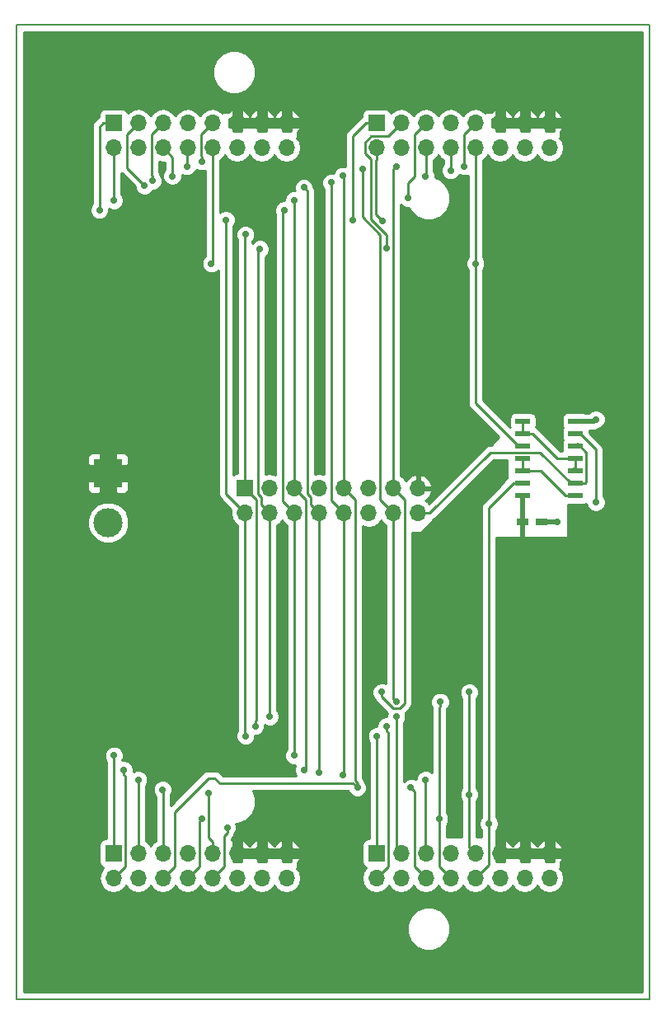
<source format=gtl>
G04 #@! TF.FileFunction,Copper,L1,Top,Signal*
%FSLAX46Y46*%
G04 Gerber Fmt 4.6, Leading zero omitted, Abs format (unit mm)*
G04 Created by KiCad (PCBNEW 4.0.7) date 2018 February 26, Monday 17:11:22*
%MOMM*%
%LPD*%
G01*
G04 APERTURE LIST*
%ADD10C,0.100000*%
%ADD11C,0.150000*%
%ADD12R,1.700000X1.700000*%
%ADD13O,1.700000X1.700000*%
%ADD14R,3.000000X3.000000*%
%ADD15C,3.000000*%
%ADD16R,1.500000X0.600000*%
%ADD17R,1.200000X0.750000*%
%ADD18C,0.700000*%
%ADD19C,0.500000*%
%ADD20C,0.250000*%
%ADD21C,0.254000*%
G04 APERTURE END LIST*
D10*
D11*
X140000000Y-45000000D02*
X75000000Y-45000000D01*
X140000000Y-145000000D02*
X140000000Y-45000000D01*
X75000000Y-145000000D02*
X140000000Y-145000000D01*
X75000000Y-45000000D02*
X75000000Y-145000000D01*
D12*
X98460000Y-92560000D03*
D13*
X98460000Y-95100000D03*
X101000000Y-92560000D03*
X101000000Y-95100000D03*
X103540000Y-92560000D03*
X103540000Y-95100000D03*
X106080000Y-92560000D03*
X106080000Y-95100000D03*
X108620000Y-92560000D03*
X108620000Y-95100000D03*
X111160000Y-92560000D03*
X111160000Y-95100000D03*
X113700000Y-92560000D03*
X113700000Y-95100000D03*
X116240000Y-92560000D03*
X116240000Y-95100000D03*
D14*
X84400000Y-91000000D03*
D15*
X84400000Y-96080000D03*
D12*
X111960000Y-130060000D03*
D13*
X111960000Y-132600000D03*
X114500000Y-130060000D03*
X114500000Y-132600000D03*
X117040000Y-130060000D03*
X117040000Y-132600000D03*
X119580000Y-130060000D03*
X119580000Y-132600000D03*
X122120000Y-130060000D03*
X122120000Y-132600000D03*
X124660000Y-130060000D03*
X124660000Y-132600000D03*
X127200000Y-130060000D03*
X127200000Y-132600000D03*
X129740000Y-130060000D03*
X129740000Y-132600000D03*
D12*
X84960000Y-130060000D03*
D13*
X84960000Y-132600000D03*
X87500000Y-130060000D03*
X87500000Y-132600000D03*
X90040000Y-130060000D03*
X90040000Y-132600000D03*
X92580000Y-130060000D03*
X92580000Y-132600000D03*
X95120000Y-130060000D03*
X95120000Y-132600000D03*
X97660000Y-130060000D03*
X97660000Y-132600000D03*
X100200000Y-130060000D03*
X100200000Y-132600000D03*
X102740000Y-130060000D03*
X102740000Y-132600000D03*
D12*
X111960000Y-55060000D03*
D13*
X111960000Y-57600000D03*
X114500000Y-55060000D03*
X114500000Y-57600000D03*
X117040000Y-55060000D03*
X117040000Y-57600000D03*
X119580000Y-55060000D03*
X119580000Y-57600000D03*
X122120000Y-55060000D03*
X122120000Y-57600000D03*
X124660000Y-55060000D03*
X124660000Y-57600000D03*
X127200000Y-55060000D03*
X127200000Y-57600000D03*
X129740000Y-55060000D03*
X129740000Y-57600000D03*
D12*
X84960000Y-55060000D03*
D13*
X84960000Y-57600000D03*
X87500000Y-55060000D03*
X87500000Y-57600000D03*
X90040000Y-55060000D03*
X90040000Y-57600000D03*
X92580000Y-55060000D03*
X92580000Y-57600000D03*
X95120000Y-55060000D03*
X95120000Y-57600000D03*
X97660000Y-55060000D03*
X97660000Y-57600000D03*
X100200000Y-55060000D03*
X100200000Y-57600000D03*
X102740000Y-55060000D03*
X102740000Y-57600000D03*
D16*
X132409384Y-93317896D03*
X132409384Y-92047896D03*
X132409384Y-90777896D03*
X132409384Y-89507896D03*
X132409384Y-88237896D03*
X132409384Y-86967896D03*
X132409384Y-85697896D03*
X127009384Y-85697896D03*
X127009384Y-86967896D03*
X127009384Y-88237896D03*
X127009384Y-89507896D03*
X127009384Y-90777896D03*
X127009384Y-92047896D03*
X127009384Y-93317896D03*
D17*
X127000000Y-96000000D03*
X128900000Y-96000000D03*
D18*
X119000000Y-105500000D03*
X130500000Y-96000000D03*
X134500000Y-85500000D03*
X109500000Y-65000000D03*
X96500000Y-65000000D03*
X112000000Y-118000000D03*
X98500000Y-118000000D03*
X112568579Y-65097432D03*
X98500000Y-66500000D03*
X113000000Y-117000000D03*
X99500000Y-117000000D03*
X113021790Y-67943382D03*
X100000000Y-68000000D03*
X114000000Y-116000000D03*
X101000000Y-116000000D03*
X115177202Y-62758116D03*
X107339502Y-61153987D03*
X89000000Y-61000000D03*
X90000000Y-123500000D03*
X117000000Y-122500000D03*
X108500000Y-122000000D03*
X108500000Y-60475777D03*
X117000000Y-60500000D03*
X91000000Y-60500000D03*
X110000000Y-123321790D03*
X115500000Y-123321790D03*
X134500000Y-94000000D03*
X122120000Y-69500000D03*
X95000000Y-69500000D03*
X96625095Y-127416411D03*
X123500000Y-127000000D03*
X83500000Y-64000000D03*
X102500000Y-64000000D03*
X85000000Y-120000000D03*
X103500000Y-120000000D03*
X85000000Y-63000000D03*
X103500000Y-63000000D03*
X86000000Y-121500000D03*
X104500000Y-121500000D03*
X104500000Y-61678210D03*
X88138201Y-61500000D03*
X106082373Y-121750379D03*
X87500000Y-122500000D03*
X121000000Y-59500000D03*
X94000000Y-59000000D03*
X114000000Y-59500000D03*
X94733949Y-123862365D03*
X121500000Y-124000000D03*
X121500000Y-113500000D03*
X112500000Y-113500000D03*
X110518288Y-59795135D03*
X118401799Y-126500000D03*
X94000000Y-126500000D03*
X119580000Y-59920000D03*
X92500000Y-59500000D03*
X118500000Y-114500000D03*
X114000000Y-114500000D03*
D19*
X119000000Y-103500000D02*
X119000000Y-102500000D01*
X119000000Y-105500000D02*
X119000000Y-103500000D01*
X128900000Y-96000000D02*
X130500000Y-96000000D01*
X132409384Y-85697896D02*
X134302104Y-85697896D01*
X134302104Y-85697896D02*
X134500000Y-85500000D01*
D20*
X111960000Y-55060000D02*
X110860000Y-55060000D01*
X110860000Y-55060000D02*
X109500000Y-56420000D01*
X109500000Y-56420000D02*
X109500000Y-65000000D01*
X96500000Y-93140000D02*
X96500000Y-65000000D01*
X98460000Y-95100000D02*
X96500000Y-93140000D01*
X112000000Y-118000000D02*
X112000000Y-130020000D01*
X112000000Y-130020000D02*
X111960000Y-130060000D01*
X98460000Y-95100000D02*
X98460000Y-117960000D01*
X98460000Y-117960000D02*
X98500000Y-118000000D01*
X111868587Y-64397440D02*
X112568579Y-65097432D01*
X111868587Y-58893494D02*
X111868587Y-64397440D01*
X111960000Y-58802081D02*
X111868587Y-58893494D01*
X111960000Y-57600000D02*
X111960000Y-58802081D01*
X99500000Y-116505026D02*
X99500000Y-117000000D01*
X99638201Y-116366825D02*
X99500000Y-116505026D01*
X99638201Y-93738201D02*
X99638201Y-116366825D01*
X98460000Y-92560000D02*
X99638201Y-93738201D01*
X98460000Y-92560000D02*
X98460000Y-66540000D01*
X98460000Y-66540000D02*
X98500000Y-66500000D01*
X113000000Y-117000000D02*
X113000000Y-117494974D01*
X113000000Y-117494974D02*
X113138201Y-117633175D01*
X113138201Y-117633175D02*
X113138201Y-131421799D01*
X113138201Y-131421799D02*
X111960000Y-132600000D01*
X110781799Y-57034463D02*
X110781799Y-58144623D01*
X113138201Y-56421799D02*
X111394463Y-56421799D01*
X113021790Y-66554381D02*
X113021790Y-67943382D01*
X111415377Y-64947968D02*
X113021790Y-66554381D01*
X114500000Y-55060000D02*
X113138201Y-56421799D01*
X110781799Y-58144623D02*
X111415377Y-58778201D01*
X111415377Y-58778201D02*
X111415377Y-64947968D01*
X111394463Y-56421799D02*
X110781799Y-57034463D01*
X101000000Y-95100000D02*
X100150001Y-94250001D01*
X100150001Y-94250001D02*
X100150001Y-93453739D01*
X100150001Y-93453739D02*
X99821799Y-93125537D01*
X99821799Y-93125537D02*
X99821799Y-68178201D01*
X99821799Y-68178201D02*
X100000000Y-68000000D01*
X114000000Y-116000000D02*
X114000000Y-129560000D01*
X114000000Y-129560000D02*
X114500000Y-130060000D01*
X101000000Y-95100000D02*
X101000000Y-116000000D01*
X115177202Y-62263142D02*
X115177202Y-62758116D01*
X115178202Y-62262142D02*
X115177202Y-62263142D01*
X115861799Y-56238201D02*
X115861799Y-60501003D01*
X115178202Y-61184600D02*
X115178202Y-62262142D01*
X117040000Y-55060000D02*
X115861799Y-56238201D01*
X115861799Y-60501003D02*
X115178202Y-61184600D01*
X107339502Y-93819502D02*
X107339502Y-61153987D01*
X108620000Y-95100000D02*
X107339502Y-93819502D01*
X89000000Y-61000000D02*
X89000000Y-60505026D01*
X89000000Y-60505026D02*
X88861799Y-60366825D01*
X88861799Y-60366825D02*
X88861799Y-56238201D01*
X88861799Y-56238201D02*
X90040000Y-55060000D01*
X90040000Y-130060000D02*
X90040000Y-123540000D01*
X90040000Y-123540000D02*
X90000000Y-123500000D01*
X117000000Y-122500000D02*
X117000000Y-130020000D01*
X117000000Y-130020000D02*
X117040000Y-130060000D01*
X108620000Y-95100000D02*
X108620000Y-121880000D01*
X108620000Y-121880000D02*
X108500000Y-122000000D01*
X117040000Y-130055474D02*
X117040000Y-130060000D01*
X108620000Y-92560000D02*
X108620000Y-60595777D01*
X108620000Y-60595777D02*
X108500000Y-60475777D01*
X117040000Y-57600000D02*
X117040000Y-60460000D01*
X117040000Y-60460000D02*
X117000000Y-60500000D01*
X91000000Y-60500000D02*
X91000000Y-58560000D01*
X91000000Y-58560000D02*
X90040000Y-57600000D01*
X90040000Y-132600000D02*
X91218201Y-131421799D01*
X117040000Y-132600000D02*
X115861799Y-131421799D01*
X115861799Y-123683589D02*
X115500000Y-123321790D01*
X109798201Y-122625017D02*
X110000000Y-122826816D01*
X115861799Y-131421799D02*
X115861799Y-123683589D01*
X95885539Y-122881799D02*
X109560009Y-122881799D01*
X109560009Y-122881799D02*
X110000000Y-123321790D01*
X94674462Y-122321798D02*
X95325538Y-122321798D01*
X95325538Y-122321798D02*
X95885539Y-122881799D01*
X91218201Y-131421799D02*
X91218201Y-125778059D01*
X109798201Y-93738201D02*
X109798201Y-122625017D01*
X108620000Y-92560000D02*
X109798201Y-93738201D01*
X91218201Y-125778059D02*
X94674462Y-122321798D01*
X110000000Y-122826816D02*
X110000000Y-123321790D01*
X134500000Y-94000000D02*
X134500000Y-88608512D01*
X134500000Y-88608512D02*
X132859384Y-86967896D01*
X132859384Y-86967896D02*
X132409384Y-86967896D01*
X132377280Y-87000000D02*
X132409384Y-86967896D01*
X132449384Y-87007896D02*
X132409384Y-86967896D01*
X122120000Y-57600000D02*
X122120000Y-69500000D01*
X122120000Y-57600000D02*
X122120000Y-83798512D01*
X122120000Y-83798512D02*
X126559384Y-88237896D01*
X126559384Y-88237896D02*
X127009384Y-88237896D01*
X95120000Y-57600000D02*
X95120000Y-69380000D01*
X95120000Y-69380000D02*
X95000000Y-69500000D01*
D19*
X127000000Y-96000000D02*
X127000000Y-98500000D01*
X127009384Y-93317896D02*
X127009384Y-95990616D01*
X127009384Y-95990616D02*
X127000000Y-96000000D01*
D20*
X95120000Y-132600000D02*
X96298201Y-131421799D01*
X96298201Y-128238279D02*
X96625095Y-127911385D01*
X96625095Y-127911385D02*
X96625095Y-127416411D01*
X96298201Y-131421799D02*
X96298201Y-128238279D01*
X123481799Y-94575481D02*
X123481799Y-124000000D01*
X123481799Y-124000000D02*
X123481799Y-131238201D01*
X123500000Y-127000000D02*
X123500000Y-124018201D01*
X123500000Y-124018201D02*
X123481799Y-124000000D01*
X127009384Y-92047896D02*
X126009384Y-92047896D01*
X126009384Y-92047896D02*
X123481799Y-94575481D01*
X123481799Y-131238201D02*
X122120000Y-132600000D01*
X83500000Y-64000000D02*
X83500000Y-55420000D01*
X83500000Y-55420000D02*
X83860000Y-55060000D01*
X83860000Y-55060000D02*
X84960000Y-55060000D01*
X103540000Y-95100000D02*
X102361799Y-93921799D01*
X102361799Y-93921799D02*
X102361799Y-64138201D01*
X102361799Y-64138201D02*
X102500000Y-64000000D01*
X85000000Y-120000000D02*
X85000000Y-130020000D01*
X85000000Y-130020000D02*
X84960000Y-130060000D01*
X103540000Y-95100000D02*
X103540000Y-119960000D01*
X103540000Y-119960000D02*
X103500000Y-120000000D01*
X85000000Y-63000000D02*
X85000000Y-57640000D01*
X85000000Y-57640000D02*
X84960000Y-57600000D01*
X103540000Y-92560000D02*
X103540000Y-63040000D01*
X103540000Y-63040000D02*
X103500000Y-63000000D01*
X86000000Y-121500000D02*
X86000000Y-121994974D01*
X86000000Y-121994974D02*
X86138201Y-122133175D01*
X86138201Y-122133175D02*
X86138201Y-131421799D01*
X86138201Y-131421799D02*
X84960000Y-132600000D01*
X103540000Y-92560000D02*
X104718201Y-93738201D01*
X104718201Y-93738201D02*
X104718201Y-121281799D01*
X104718201Y-121281799D02*
X104500000Y-121500000D01*
X104901799Y-93125537D02*
X104901799Y-62080009D01*
X104901799Y-62080009D02*
X104500000Y-61678210D01*
X105230001Y-93453739D02*
X104901799Y-93125537D01*
X105230001Y-94250001D02*
X105230001Y-93453739D01*
X106080000Y-95100000D02*
X105230001Y-94250001D01*
X87500000Y-55060000D02*
X86321799Y-56238201D01*
X86321799Y-56238201D02*
X86321799Y-59683598D01*
X86321799Y-59683598D02*
X88138201Y-61500000D01*
X106080000Y-95100000D02*
X106080000Y-121748006D01*
X106080000Y-121748006D02*
X106082373Y-121750379D01*
X87500000Y-122500000D02*
X87500000Y-130060000D01*
X122120000Y-55060000D02*
X120941799Y-56238201D01*
X120941799Y-56238201D02*
X120941799Y-59441799D01*
X120941799Y-59441799D02*
X121000000Y-59500000D01*
X94000000Y-59000000D02*
X94000000Y-58505026D01*
X94000000Y-58505026D02*
X93941799Y-58446825D01*
X93941799Y-58446825D02*
X93941799Y-56238201D01*
X93941799Y-56238201D02*
X95120000Y-55060000D01*
X113700000Y-59800000D02*
X114000000Y-59500000D01*
X113700000Y-92560000D02*
X113700000Y-59800000D01*
X114878201Y-114625537D02*
X114325537Y-115178201D01*
X95120000Y-128857919D02*
X94733949Y-128471868D01*
X113700000Y-92560000D02*
X114878201Y-93738201D01*
X95120000Y-130060000D02*
X95120000Y-128857919D01*
X112500000Y-113994974D02*
X112500000Y-113500000D01*
X113683227Y-115178201D02*
X112500000Y-113994974D01*
X114325537Y-115178201D02*
X113683227Y-115178201D01*
X94733949Y-128471868D02*
X94733949Y-123862365D01*
X114878201Y-93738201D02*
X114878201Y-114625537D01*
X121500000Y-124000000D02*
X121500000Y-113500000D01*
X121500000Y-113500000D02*
X121500000Y-129440000D01*
X121500000Y-129440000D02*
X122120000Y-130060000D01*
X110518288Y-64691816D02*
X110518288Y-59795135D01*
X112343589Y-66517117D02*
X110518288Y-64691816D01*
X112343589Y-93743589D02*
X112343589Y-66517117D01*
X113700000Y-95100000D02*
X112343589Y-93743589D01*
X119580000Y-132600000D02*
X118401799Y-131421799D01*
X118401799Y-131421799D02*
X118401799Y-126500000D01*
X92580000Y-132600000D02*
X93758201Y-131421799D01*
X93758201Y-131421799D02*
X93758201Y-126741799D01*
X93758201Y-126741799D02*
X94000000Y-126500000D01*
X119580000Y-57600000D02*
X119580000Y-59920000D01*
X92500000Y-59500000D02*
X92500000Y-57680000D01*
X92500000Y-57680000D02*
X92580000Y-57600000D01*
X118500000Y-114500000D02*
X118500000Y-114994974D01*
X118500000Y-114994974D02*
X118401799Y-115093175D01*
X118401799Y-115093175D02*
X118401799Y-131421799D01*
X113700000Y-95100000D02*
X113700000Y-114200000D01*
X113700000Y-114200000D02*
X114000000Y-114500000D01*
X116240000Y-95100000D02*
X117442081Y-95100000D01*
X117442081Y-95100000D02*
X123662386Y-88879695D01*
X123662386Y-88879695D02*
X128791183Y-88879695D01*
X128791183Y-88879695D02*
X131959384Y-92047896D01*
X131959384Y-92047896D02*
X132409384Y-92047896D01*
X132859384Y-92047896D02*
X132409384Y-92047896D01*
X132639384Y-88007896D02*
X132409384Y-88237896D01*
X132409384Y-92047896D02*
X133409384Y-92047896D01*
X133409384Y-92047896D02*
X133534385Y-91922895D01*
X132859384Y-88237896D02*
X132409384Y-88237896D01*
X133534385Y-91922895D02*
X133534385Y-88912897D01*
X133534385Y-88912897D02*
X132859384Y-88237896D01*
X132449384Y-92007896D02*
X132409384Y-92047896D01*
X132409384Y-89507896D02*
X130549384Y-89507896D01*
X130549384Y-89507896D02*
X128009384Y-86967896D01*
X128009384Y-86967896D02*
X127009384Y-86967896D01*
X132409384Y-89507896D02*
X132409384Y-90777896D01*
X132859384Y-90777896D02*
X132409384Y-90777896D01*
X132139384Y-90507896D02*
X132409384Y-90777896D01*
X127009384Y-86967896D02*
X127009384Y-85697896D01*
X132409384Y-93317896D02*
X131409384Y-93317896D01*
X131409384Y-93317896D02*
X128869384Y-90777896D01*
X128869384Y-90777896D02*
X127009384Y-90777896D01*
X127009384Y-89507896D02*
X127009384Y-90777896D01*
X127009384Y-89507896D02*
X127459384Y-89507896D01*
D21*
G36*
X139290000Y-144290000D02*
X75710000Y-144290000D01*
X75710000Y-138252619D01*
X115094613Y-138252619D01*
X115434155Y-139074372D01*
X116062321Y-139703636D01*
X116883481Y-140044611D01*
X117772619Y-140045387D01*
X118594372Y-139705845D01*
X119223636Y-139077679D01*
X119564611Y-138256519D01*
X119565387Y-137367381D01*
X119225845Y-136545628D01*
X118597679Y-135916364D01*
X117776519Y-135575389D01*
X116887381Y-135574613D01*
X116065628Y-135914155D01*
X115436364Y-136542321D01*
X115095389Y-137363481D01*
X115094613Y-138252619D01*
X75710000Y-138252619D01*
X75710000Y-96502815D01*
X82264630Y-96502815D01*
X82588980Y-97287800D01*
X83189041Y-97888909D01*
X83973459Y-98214628D01*
X84822815Y-98215370D01*
X85607800Y-97891020D01*
X86208909Y-97290959D01*
X86534628Y-96506541D01*
X86535370Y-95657185D01*
X86211020Y-94872200D01*
X85610959Y-94271091D01*
X84826541Y-93945372D01*
X83977185Y-93944630D01*
X83192200Y-94268980D01*
X82591091Y-94869041D01*
X82265372Y-95653459D01*
X82264630Y-96502815D01*
X75710000Y-96502815D01*
X75710000Y-91908750D01*
X82265000Y-91908750D01*
X82265000Y-92626309D01*
X82361673Y-92859698D01*
X82540301Y-93038327D01*
X82773690Y-93135000D01*
X83491250Y-93135000D01*
X83650000Y-92976250D01*
X83650000Y-91750000D01*
X85150000Y-91750000D01*
X85150000Y-92976250D01*
X85308750Y-93135000D01*
X86026310Y-93135000D01*
X86259699Y-93038327D01*
X86438327Y-92859698D01*
X86535000Y-92626309D01*
X86535000Y-91908750D01*
X86376250Y-91750000D01*
X85150000Y-91750000D01*
X83650000Y-91750000D01*
X82423750Y-91750000D01*
X82265000Y-91908750D01*
X75710000Y-91908750D01*
X75710000Y-89373691D01*
X82265000Y-89373691D01*
X82265000Y-90091250D01*
X82423750Y-90250000D01*
X83650000Y-90250000D01*
X83650000Y-89023750D01*
X85150000Y-89023750D01*
X85150000Y-90250000D01*
X86376250Y-90250000D01*
X86535000Y-90091250D01*
X86535000Y-89373691D01*
X86438327Y-89140302D01*
X86259699Y-88961673D01*
X86026310Y-88865000D01*
X85308750Y-88865000D01*
X85150000Y-89023750D01*
X83650000Y-89023750D01*
X83491250Y-88865000D01*
X82773690Y-88865000D01*
X82540301Y-88961673D01*
X82361673Y-89140302D01*
X82265000Y-89373691D01*
X75710000Y-89373691D01*
X75710000Y-64195069D01*
X82514830Y-64195069D01*
X82664471Y-64557229D01*
X82941314Y-64834555D01*
X83303212Y-64984828D01*
X83695069Y-64985170D01*
X84057229Y-64835529D01*
X84334555Y-64558686D01*
X84484828Y-64196788D01*
X84485128Y-63852748D01*
X84803212Y-63984828D01*
X85195069Y-63985170D01*
X85557229Y-63835529D01*
X85834555Y-63558686D01*
X85984828Y-63196788D01*
X85985170Y-62804931D01*
X85835529Y-62442771D01*
X85760000Y-62367110D01*
X85760000Y-60184485D01*
X85784398Y-60220999D01*
X87153123Y-61589724D01*
X87153031Y-61695069D01*
X87302672Y-62057229D01*
X87579515Y-62334555D01*
X87941413Y-62484828D01*
X88333270Y-62485170D01*
X88695430Y-62335529D01*
X88972756Y-62058686D01*
X89003352Y-61985003D01*
X89195069Y-61985170D01*
X89557229Y-61835529D01*
X89834555Y-61558686D01*
X89984828Y-61196788D01*
X89985170Y-60804931D01*
X89835529Y-60442771D01*
X89725740Y-60332790D01*
X89702148Y-60214187D01*
X89621799Y-60093936D01*
X89621799Y-59030908D01*
X90040000Y-59114093D01*
X90240000Y-59074310D01*
X90240000Y-59866889D01*
X90165445Y-59941314D01*
X90015172Y-60303212D01*
X90014830Y-60695069D01*
X90164471Y-61057229D01*
X90441314Y-61334555D01*
X90803212Y-61484828D01*
X91195069Y-61485170D01*
X91557229Y-61335529D01*
X91834555Y-61058686D01*
X91984828Y-60696788D01*
X91985128Y-60352748D01*
X92303212Y-60484828D01*
X92695069Y-60485170D01*
X93057229Y-60335529D01*
X93334555Y-60058686D01*
X93431644Y-59824869D01*
X93441314Y-59834555D01*
X93803212Y-59984828D01*
X94195069Y-59985170D01*
X94360000Y-59917022D01*
X94360000Y-68747098D01*
X94165445Y-68941314D01*
X94015172Y-69303212D01*
X94014830Y-69695069D01*
X94164471Y-70057229D01*
X94441314Y-70334555D01*
X94803212Y-70484828D01*
X95195069Y-70485170D01*
X95557229Y-70335529D01*
X95740000Y-70153076D01*
X95740000Y-93140000D01*
X95797852Y-93430839D01*
X95962599Y-93677401D01*
X97038229Y-94753031D01*
X96975000Y-95070907D01*
X96975000Y-95129093D01*
X97088039Y-95697378D01*
X97409946Y-96179147D01*
X97700000Y-96372954D01*
X97700000Y-117406819D01*
X97665445Y-117441314D01*
X97515172Y-117803212D01*
X97514830Y-118195069D01*
X97664471Y-118557229D01*
X97941314Y-118834555D01*
X98303212Y-118984828D01*
X98695069Y-118985170D01*
X99057229Y-118835529D01*
X99334555Y-118558686D01*
X99484828Y-118196788D01*
X99485013Y-117984987D01*
X99695069Y-117985170D01*
X100057229Y-117835529D01*
X100334555Y-117558686D01*
X100484828Y-117196788D01*
X100485128Y-116852748D01*
X100803212Y-116984828D01*
X101195069Y-116985170D01*
X101557229Y-116835529D01*
X101834555Y-116558686D01*
X101984828Y-116196788D01*
X101985170Y-115804931D01*
X101835529Y-115442771D01*
X101760000Y-115367110D01*
X101760000Y-96372954D01*
X102050054Y-96179147D01*
X102270000Y-95849974D01*
X102489946Y-96179147D01*
X102780000Y-96372954D01*
X102780000Y-119326959D01*
X102665445Y-119441314D01*
X102515172Y-119803212D01*
X102514830Y-120195069D01*
X102664471Y-120557229D01*
X102941314Y-120834555D01*
X103303212Y-120984828D01*
X103647252Y-120985128D01*
X103515172Y-121303212D01*
X103514830Y-121695069D01*
X103664471Y-122057229D01*
X103728929Y-122121799D01*
X96200341Y-122121799D01*
X95862939Y-121784397D01*
X95616377Y-121619650D01*
X95325538Y-121561798D01*
X94674462Y-121561798D01*
X94383622Y-121619650D01*
X94137061Y-121784397D01*
X90800000Y-125121458D01*
X90800000Y-124093181D01*
X90834555Y-124058686D01*
X90984828Y-123696788D01*
X90985170Y-123304931D01*
X90835529Y-122942771D01*
X90558686Y-122665445D01*
X90196788Y-122515172D01*
X89804931Y-122514830D01*
X89442771Y-122664471D01*
X89165445Y-122941314D01*
X89015172Y-123303212D01*
X89014830Y-123695069D01*
X89164471Y-124057229D01*
X89280000Y-124172960D01*
X89280000Y-128787046D01*
X88989946Y-128980853D01*
X88770000Y-129310026D01*
X88550054Y-128980853D01*
X88260000Y-128787046D01*
X88260000Y-123133111D01*
X88334555Y-123058686D01*
X88484828Y-122696788D01*
X88485170Y-122304931D01*
X88335529Y-121942771D01*
X88058686Y-121665445D01*
X87696788Y-121515172D01*
X87304931Y-121514830D01*
X86984871Y-121647076D01*
X86985170Y-121304931D01*
X86835529Y-120942771D01*
X86558686Y-120665445D01*
X86196788Y-120515172D01*
X85852748Y-120514872D01*
X85984828Y-120196788D01*
X85985170Y-119804931D01*
X85835529Y-119442771D01*
X85558686Y-119165445D01*
X85196788Y-119015172D01*
X84804931Y-119014830D01*
X84442771Y-119164471D01*
X84165445Y-119441314D01*
X84015172Y-119803212D01*
X84014830Y-120195069D01*
X84164471Y-120557229D01*
X84240000Y-120632890D01*
X84240000Y-128562560D01*
X84110000Y-128562560D01*
X83874683Y-128606838D01*
X83658559Y-128745910D01*
X83513569Y-128958110D01*
X83462560Y-129210000D01*
X83462560Y-130910000D01*
X83506838Y-131145317D01*
X83645910Y-131361441D01*
X83858110Y-131506431D01*
X83914454Y-131517841D01*
X83909946Y-131520853D01*
X83588039Y-132002622D01*
X83475000Y-132570907D01*
X83475000Y-132629093D01*
X83588039Y-133197378D01*
X83909946Y-133679147D01*
X84391715Y-134001054D01*
X84960000Y-134114093D01*
X85528285Y-134001054D01*
X86010054Y-133679147D01*
X86230000Y-133349974D01*
X86449946Y-133679147D01*
X86931715Y-134001054D01*
X87500000Y-134114093D01*
X88068285Y-134001054D01*
X88550054Y-133679147D01*
X88770000Y-133349974D01*
X88989946Y-133679147D01*
X89471715Y-134001054D01*
X90040000Y-134114093D01*
X90608285Y-134001054D01*
X91090054Y-133679147D01*
X91310000Y-133349974D01*
X91529946Y-133679147D01*
X92011715Y-134001054D01*
X92580000Y-134114093D01*
X93148285Y-134001054D01*
X93630054Y-133679147D01*
X93850000Y-133349974D01*
X94069946Y-133679147D01*
X94551715Y-134001054D01*
X95120000Y-134114093D01*
X95688285Y-134001054D01*
X96170054Y-133679147D01*
X96390000Y-133349974D01*
X96609946Y-133679147D01*
X97091715Y-134001054D01*
X97660000Y-134114093D01*
X98228285Y-134001054D01*
X98710054Y-133679147D01*
X98930000Y-133349974D01*
X99149946Y-133679147D01*
X99631715Y-134001054D01*
X100200000Y-134114093D01*
X100768285Y-134001054D01*
X101250054Y-133679147D01*
X101470000Y-133349974D01*
X101689946Y-133679147D01*
X102171715Y-134001054D01*
X102740000Y-134114093D01*
X103308285Y-134001054D01*
X103790054Y-133679147D01*
X104111961Y-133197378D01*
X104225000Y-132629093D01*
X104225000Y-132570907D01*
X104111961Y-132002622D01*
X103806188Y-131545000D01*
X103883002Y-131545000D01*
X103883002Y-130963483D01*
X104078915Y-130702361D01*
X104004168Y-130485000D01*
X103165000Y-130485000D01*
X103165000Y-130910000D01*
X102315000Y-130910000D01*
X102315000Y-130485000D01*
X101475832Y-130485000D01*
X101470000Y-130501959D01*
X101464168Y-130485000D01*
X100625000Y-130485000D01*
X100625000Y-130910000D01*
X99775000Y-130910000D01*
X99775000Y-130485000D01*
X98935832Y-130485000D01*
X98930000Y-130501959D01*
X98924168Y-130485000D01*
X98085000Y-130485000D01*
X98085000Y-130910000D01*
X97235000Y-130910000D01*
X97235000Y-130485000D01*
X97058201Y-130485000D01*
X97058201Y-129635000D01*
X97235000Y-129635000D01*
X97235000Y-128803690D01*
X98085000Y-128803690D01*
X98085000Y-129635000D01*
X98924168Y-129635000D01*
X98930000Y-129618041D01*
X98935832Y-129635000D01*
X99775000Y-129635000D01*
X99775000Y-128803690D01*
X100625000Y-128803690D01*
X100625000Y-129635000D01*
X101464168Y-129635000D01*
X101470000Y-129618041D01*
X101475832Y-129635000D01*
X102315000Y-129635000D01*
X102315000Y-128803690D01*
X103165000Y-128803690D01*
X103165000Y-129635000D01*
X104004168Y-129635000D01*
X104078915Y-129417639D01*
X103731175Y-128954155D01*
X103382356Y-128721119D01*
X103165000Y-128803690D01*
X102315000Y-128803690D01*
X102097644Y-128721119D01*
X101748825Y-128954155D01*
X101470000Y-129325786D01*
X101191175Y-128954155D01*
X100842356Y-128721119D01*
X100625000Y-128803690D01*
X99775000Y-128803690D01*
X99557644Y-128721119D01*
X99208825Y-128954155D01*
X98930000Y-129325786D01*
X98651175Y-128954155D01*
X98302356Y-128721119D01*
X98085000Y-128803690D01*
X97235000Y-128803690D01*
X97058201Y-128736526D01*
X97058201Y-128553081D01*
X97162496Y-128448786D01*
X97327243Y-128202224D01*
X97350810Y-128083748D01*
X97459650Y-127975097D01*
X97609923Y-127613199D01*
X97610265Y-127221342D01*
X97537474Y-127045173D01*
X97782619Y-127045387D01*
X98604372Y-126705845D01*
X99233636Y-126077679D01*
X99574611Y-125256519D01*
X99575387Y-124367381D01*
X99275582Y-123641799D01*
X109066454Y-123641799D01*
X109164471Y-123879019D01*
X109441314Y-124156345D01*
X109803212Y-124306618D01*
X110195069Y-124306960D01*
X110557229Y-124157319D01*
X110834555Y-123880476D01*
X110984828Y-123518578D01*
X110985170Y-123126721D01*
X110835529Y-122764561D01*
X110725740Y-122654580D01*
X110702148Y-122535977D01*
X110558201Y-122320544D01*
X110558201Y-96478661D01*
X110591715Y-96501054D01*
X111160000Y-96614093D01*
X111728285Y-96501054D01*
X112210054Y-96179147D01*
X112430000Y-95849974D01*
X112649946Y-96179147D01*
X112940000Y-96372954D01*
X112940000Y-112616162D01*
X112696788Y-112515172D01*
X112304931Y-112514830D01*
X111942771Y-112664471D01*
X111665445Y-112941314D01*
X111515172Y-113303212D01*
X111514830Y-113695069D01*
X111664471Y-114057229D01*
X111774260Y-114167210D01*
X111797852Y-114285813D01*
X111962599Y-114532375D01*
X113079212Y-115648988D01*
X113015172Y-115803212D01*
X113014987Y-116015013D01*
X112804931Y-116014830D01*
X112442771Y-116164471D01*
X112165445Y-116441314D01*
X112015172Y-116803212D01*
X112014987Y-117015013D01*
X111804931Y-117014830D01*
X111442771Y-117164471D01*
X111165445Y-117441314D01*
X111015172Y-117803212D01*
X111014830Y-118195069D01*
X111164471Y-118557229D01*
X111240000Y-118632890D01*
X111240000Y-128562560D01*
X111110000Y-128562560D01*
X110874683Y-128606838D01*
X110658559Y-128745910D01*
X110513569Y-128958110D01*
X110462560Y-129210000D01*
X110462560Y-130910000D01*
X110506838Y-131145317D01*
X110645910Y-131361441D01*
X110858110Y-131506431D01*
X110914454Y-131517841D01*
X110909946Y-131520853D01*
X110588039Y-132002622D01*
X110475000Y-132570907D01*
X110475000Y-132629093D01*
X110588039Y-133197378D01*
X110909946Y-133679147D01*
X111391715Y-134001054D01*
X111960000Y-134114093D01*
X112528285Y-134001054D01*
X113010054Y-133679147D01*
X113230000Y-133349974D01*
X113449946Y-133679147D01*
X113931715Y-134001054D01*
X114500000Y-134114093D01*
X115068285Y-134001054D01*
X115550054Y-133679147D01*
X115770000Y-133349974D01*
X115989946Y-133679147D01*
X116471715Y-134001054D01*
X117040000Y-134114093D01*
X117608285Y-134001054D01*
X118090054Y-133679147D01*
X118310000Y-133349974D01*
X118529946Y-133679147D01*
X119011715Y-134001054D01*
X119580000Y-134114093D01*
X120148285Y-134001054D01*
X120630054Y-133679147D01*
X120850000Y-133349974D01*
X121069946Y-133679147D01*
X121551715Y-134001054D01*
X122120000Y-134114093D01*
X122688285Y-134001054D01*
X123170054Y-133679147D01*
X123390000Y-133349974D01*
X123609946Y-133679147D01*
X124091715Y-134001054D01*
X124660000Y-134114093D01*
X125228285Y-134001054D01*
X125710054Y-133679147D01*
X125930000Y-133349974D01*
X126149946Y-133679147D01*
X126631715Y-134001054D01*
X127200000Y-134114093D01*
X127768285Y-134001054D01*
X128250054Y-133679147D01*
X128470000Y-133349974D01*
X128689946Y-133679147D01*
X129171715Y-134001054D01*
X129740000Y-134114093D01*
X130308285Y-134001054D01*
X130790054Y-133679147D01*
X131111961Y-133197378D01*
X131225000Y-132629093D01*
X131225000Y-132570907D01*
X131111961Y-132002622D01*
X130806188Y-131545000D01*
X130883002Y-131545000D01*
X130883002Y-130963483D01*
X131078915Y-130702361D01*
X131004168Y-130485000D01*
X130165000Y-130485000D01*
X130165000Y-130910000D01*
X129315000Y-130910000D01*
X129315000Y-130485000D01*
X128475832Y-130485000D01*
X128470000Y-130501959D01*
X128464168Y-130485000D01*
X127625000Y-130485000D01*
X127625000Y-130910000D01*
X126775000Y-130910000D01*
X126775000Y-130485000D01*
X125935832Y-130485000D01*
X125930000Y-130501959D01*
X125924168Y-130485000D01*
X125085000Y-130485000D01*
X125085000Y-130910000D01*
X124241799Y-130910000D01*
X124241799Y-128803690D01*
X125085000Y-128803690D01*
X125085000Y-129635000D01*
X125924168Y-129635000D01*
X125930000Y-129618041D01*
X125935832Y-129635000D01*
X126775000Y-129635000D01*
X126775000Y-128803690D01*
X127625000Y-128803690D01*
X127625000Y-129635000D01*
X128464168Y-129635000D01*
X128470000Y-129618041D01*
X128475832Y-129635000D01*
X129315000Y-129635000D01*
X129315000Y-128803690D01*
X130165000Y-128803690D01*
X130165000Y-129635000D01*
X131004168Y-129635000D01*
X131078915Y-129417639D01*
X130731175Y-128954155D01*
X130382356Y-128721119D01*
X130165000Y-128803690D01*
X129315000Y-128803690D01*
X129097644Y-128721119D01*
X128748825Y-128954155D01*
X128470000Y-129325786D01*
X128191175Y-128954155D01*
X127842356Y-128721119D01*
X127625000Y-128803690D01*
X126775000Y-128803690D01*
X126557644Y-128721119D01*
X126208825Y-128954155D01*
X125930000Y-129325786D01*
X125651175Y-128954155D01*
X125302356Y-128721119D01*
X125085000Y-128803690D01*
X124241799Y-128803690D01*
X124241799Y-127651280D01*
X124334555Y-127558686D01*
X124484828Y-127196788D01*
X124485170Y-126804931D01*
X124335529Y-126442771D01*
X124260000Y-126367110D01*
X124260000Y-124018201D01*
X124241799Y-123926699D01*
X124241799Y-97627000D01*
X131500000Y-97627000D01*
X131546159Y-97618315D01*
X131588553Y-97591035D01*
X131616994Y-97549410D01*
X131627000Y-97500000D01*
X131627000Y-94258778D01*
X131659384Y-94265336D01*
X133159384Y-94265336D01*
X133394701Y-94221058D01*
X133514875Y-94143728D01*
X133514830Y-94195069D01*
X133664471Y-94557229D01*
X133941314Y-94834555D01*
X134303212Y-94984828D01*
X134695069Y-94985170D01*
X135057229Y-94835529D01*
X135334555Y-94558686D01*
X135484828Y-94196788D01*
X135485170Y-93804931D01*
X135335529Y-93442771D01*
X135260000Y-93367110D01*
X135260000Y-88608512D01*
X135247426Y-88545297D01*
X135202148Y-88317672D01*
X135037401Y-88071111D01*
X133806824Y-86840534D01*
X133806824Y-86667896D01*
X133790830Y-86582896D01*
X134302099Y-86582896D01*
X134302104Y-86582897D01*
X134584588Y-86526706D01*
X134640779Y-86515529D01*
X134686226Y-86485162D01*
X134695069Y-86485170D01*
X135057229Y-86335529D01*
X135334555Y-86058686D01*
X135484828Y-85696788D01*
X135485170Y-85304931D01*
X135335529Y-84942771D01*
X135058686Y-84665445D01*
X134696788Y-84515172D01*
X134304931Y-84514830D01*
X133942771Y-84664471D01*
X133794087Y-84812896D01*
X133428004Y-84812896D01*
X133411274Y-84801465D01*
X133159384Y-84750456D01*
X131659384Y-84750456D01*
X131424067Y-84794734D01*
X131207943Y-84933806D01*
X131062953Y-85146006D01*
X131011944Y-85397896D01*
X131011944Y-85997896D01*
X131056222Y-86233213D01*
X131120062Y-86332424D01*
X131062953Y-86416006D01*
X131011944Y-86667896D01*
X131011944Y-87267896D01*
X131056222Y-87503213D01*
X131120062Y-87602424D01*
X131062953Y-87686006D01*
X131011944Y-87937896D01*
X131011944Y-88537896D01*
X131051458Y-88747896D01*
X130864186Y-88747896D01*
X128546785Y-86430495D01*
X128330902Y-86286247D01*
X128355815Y-86249786D01*
X128406824Y-85997896D01*
X128406824Y-85397896D01*
X128362546Y-85162579D01*
X128223474Y-84946455D01*
X128011274Y-84801465D01*
X127759384Y-84750456D01*
X126259384Y-84750456D01*
X126024067Y-84794734D01*
X125807943Y-84933806D01*
X125662953Y-85146006D01*
X125611944Y-85397896D01*
X125611944Y-85997896D01*
X125656222Y-86233213D01*
X125704447Y-86308157D01*
X122880000Y-83483710D01*
X122880000Y-70133111D01*
X122954555Y-70058686D01*
X123104828Y-69696788D01*
X123105170Y-69304931D01*
X122955529Y-68942771D01*
X122880000Y-68867110D01*
X122880000Y-58872954D01*
X123170054Y-58679147D01*
X123390000Y-58349974D01*
X123609946Y-58679147D01*
X124091715Y-59001054D01*
X124660000Y-59114093D01*
X125228285Y-59001054D01*
X125710054Y-58679147D01*
X125930000Y-58349974D01*
X126149946Y-58679147D01*
X126631715Y-59001054D01*
X127200000Y-59114093D01*
X127768285Y-59001054D01*
X128250054Y-58679147D01*
X128470000Y-58349974D01*
X128689946Y-58679147D01*
X129171715Y-59001054D01*
X129740000Y-59114093D01*
X130308285Y-59001054D01*
X130790054Y-58679147D01*
X131111961Y-58197378D01*
X131225000Y-57629093D01*
X131225000Y-57570907D01*
X131111961Y-57002622D01*
X130806188Y-56545000D01*
X130883002Y-56545000D01*
X130883002Y-55963483D01*
X131078915Y-55702361D01*
X131004168Y-55485000D01*
X130165000Y-55485000D01*
X130165000Y-55910000D01*
X129315000Y-55910000D01*
X129315000Y-55485000D01*
X128475832Y-55485000D01*
X128470000Y-55501959D01*
X128464168Y-55485000D01*
X127625000Y-55485000D01*
X127625000Y-55910000D01*
X126775000Y-55910000D01*
X126775000Y-55485000D01*
X125935832Y-55485000D01*
X125930000Y-55501959D01*
X125924168Y-55485000D01*
X125085000Y-55485000D01*
X125085000Y-55910000D01*
X124235000Y-55910000D01*
X124235000Y-55485000D01*
X123810000Y-55485000D01*
X123810000Y-54635000D01*
X124235000Y-54635000D01*
X124235000Y-53803690D01*
X125085000Y-53803690D01*
X125085000Y-54635000D01*
X125924168Y-54635000D01*
X125930000Y-54618041D01*
X125935832Y-54635000D01*
X126775000Y-54635000D01*
X126775000Y-53803690D01*
X127625000Y-53803690D01*
X127625000Y-54635000D01*
X128464168Y-54635000D01*
X128470000Y-54618041D01*
X128475832Y-54635000D01*
X129315000Y-54635000D01*
X129315000Y-53803690D01*
X130165000Y-53803690D01*
X130165000Y-54635000D01*
X131004168Y-54635000D01*
X131078915Y-54417639D01*
X130731175Y-53954155D01*
X130382356Y-53721119D01*
X130165000Y-53803690D01*
X129315000Y-53803690D01*
X129097644Y-53721119D01*
X128748825Y-53954155D01*
X128470000Y-54325786D01*
X128191175Y-53954155D01*
X127842356Y-53721119D01*
X127625000Y-53803690D01*
X126775000Y-53803690D01*
X126557644Y-53721119D01*
X126208825Y-53954155D01*
X125930000Y-54325786D01*
X125651175Y-53954155D01*
X125302356Y-53721119D01*
X125085000Y-53803690D01*
X124235000Y-53803690D01*
X124017644Y-53721119D01*
X123724443Y-53916998D01*
X123175000Y-53916998D01*
X123175000Y-53988255D01*
X123170054Y-53980853D01*
X122688285Y-53658946D01*
X122120000Y-53545907D01*
X121551715Y-53658946D01*
X121069946Y-53980853D01*
X120850000Y-54310026D01*
X120630054Y-53980853D01*
X120148285Y-53658946D01*
X119580000Y-53545907D01*
X119011715Y-53658946D01*
X118529946Y-53980853D01*
X118310000Y-54310026D01*
X118090054Y-53980853D01*
X117608285Y-53658946D01*
X117040000Y-53545907D01*
X116471715Y-53658946D01*
X115989946Y-53980853D01*
X115770000Y-54310026D01*
X115550054Y-53980853D01*
X115068285Y-53658946D01*
X114500000Y-53545907D01*
X113931715Y-53658946D01*
X113449946Y-53980853D01*
X113422150Y-54022452D01*
X113413162Y-53974683D01*
X113274090Y-53758559D01*
X113061890Y-53613569D01*
X112810000Y-53562560D01*
X111110000Y-53562560D01*
X110874683Y-53606838D01*
X110658559Y-53745910D01*
X110513569Y-53958110D01*
X110462560Y-54210000D01*
X110462560Y-54429080D01*
X110322599Y-54522599D01*
X108962599Y-55882599D01*
X108797852Y-56129161D01*
X108740000Y-56420000D01*
X108740000Y-59508892D01*
X108696788Y-59490949D01*
X108304931Y-59490607D01*
X107942771Y-59640248D01*
X107665445Y-59917091D01*
X107557176Y-60177832D01*
X107536290Y-60169159D01*
X107144433Y-60168817D01*
X106782273Y-60318458D01*
X106504947Y-60595301D01*
X106354674Y-60957199D01*
X106354332Y-61349056D01*
X106503973Y-61711216D01*
X106579502Y-61786877D01*
X106579502Y-91145264D01*
X106080000Y-91045907D01*
X105661799Y-91129092D01*
X105661799Y-62080009D01*
X105640176Y-61971303D01*
X105603947Y-61789169D01*
X105485058Y-61611240D01*
X105485170Y-61483141D01*
X105335529Y-61120981D01*
X105058686Y-60843655D01*
X104696788Y-60693382D01*
X104304931Y-60693040D01*
X103942771Y-60842681D01*
X103665445Y-61119524D01*
X103515172Y-61481422D01*
X103514830Y-61873279D01*
X103573414Y-62015064D01*
X103304931Y-62014830D01*
X102942771Y-62164471D01*
X102665445Y-62441314D01*
X102515172Y-62803212D01*
X102514987Y-63015013D01*
X102304931Y-63014830D01*
X101942771Y-63164471D01*
X101665445Y-63441314D01*
X101515172Y-63803212D01*
X101514830Y-64195069D01*
X101601799Y-64405551D01*
X101601799Y-91181339D01*
X101568285Y-91158946D01*
X101000000Y-91045907D01*
X100581799Y-91129092D01*
X100581799Y-68811002D01*
X100834555Y-68558686D01*
X100984828Y-68196788D01*
X100985170Y-67804931D01*
X100835529Y-67442771D01*
X100558686Y-67165445D01*
X100196788Y-67015172D01*
X99804931Y-67014830D01*
X99442771Y-67164471D01*
X99220000Y-67386854D01*
X99220000Y-67173041D01*
X99334555Y-67058686D01*
X99484828Y-66696788D01*
X99485170Y-66304931D01*
X99335529Y-65942771D01*
X99058686Y-65665445D01*
X98696788Y-65515172D01*
X98304931Y-65514830D01*
X97942771Y-65664471D01*
X97665445Y-65941314D01*
X97515172Y-66303212D01*
X97514830Y-66695069D01*
X97664471Y-67057229D01*
X97700000Y-67092820D01*
X97700000Y-91062560D01*
X97610000Y-91062560D01*
X97374683Y-91106838D01*
X97260000Y-91180634D01*
X97260000Y-65633111D01*
X97334555Y-65558686D01*
X97484828Y-65196788D01*
X97485170Y-64804931D01*
X97335529Y-64442771D01*
X97058686Y-64165445D01*
X96696788Y-64015172D01*
X96304931Y-64014830D01*
X95942771Y-64164471D01*
X95880000Y-64227133D01*
X95880000Y-58872954D01*
X96170054Y-58679147D01*
X96390000Y-58349974D01*
X96609946Y-58679147D01*
X97091715Y-59001054D01*
X97660000Y-59114093D01*
X98228285Y-59001054D01*
X98710054Y-58679147D01*
X98930000Y-58349974D01*
X99149946Y-58679147D01*
X99631715Y-59001054D01*
X100200000Y-59114093D01*
X100768285Y-59001054D01*
X101250054Y-58679147D01*
X101470000Y-58349974D01*
X101689946Y-58679147D01*
X102171715Y-59001054D01*
X102740000Y-59114093D01*
X103308285Y-59001054D01*
X103790054Y-58679147D01*
X104111961Y-58197378D01*
X104225000Y-57629093D01*
X104225000Y-57570907D01*
X104111961Y-57002622D01*
X103806188Y-56545000D01*
X103883002Y-56545000D01*
X103883002Y-55963483D01*
X104078915Y-55702361D01*
X104004168Y-55485000D01*
X103165000Y-55485000D01*
X103165000Y-55910000D01*
X102315000Y-55910000D01*
X102315000Y-55485000D01*
X101475832Y-55485000D01*
X101470000Y-55501959D01*
X101464168Y-55485000D01*
X100625000Y-55485000D01*
X100625000Y-55910000D01*
X99775000Y-55910000D01*
X99775000Y-55485000D01*
X98935832Y-55485000D01*
X98930000Y-55501959D01*
X98924168Y-55485000D01*
X98085000Y-55485000D01*
X98085000Y-55910000D01*
X97235000Y-55910000D01*
X97235000Y-55485000D01*
X96810000Y-55485000D01*
X96810000Y-54635000D01*
X97235000Y-54635000D01*
X97235000Y-53803690D01*
X98085000Y-53803690D01*
X98085000Y-54635000D01*
X98924168Y-54635000D01*
X98930000Y-54618041D01*
X98935832Y-54635000D01*
X99775000Y-54635000D01*
X99775000Y-53803690D01*
X100625000Y-53803690D01*
X100625000Y-54635000D01*
X101464168Y-54635000D01*
X101470000Y-54618041D01*
X101475832Y-54635000D01*
X102315000Y-54635000D01*
X102315000Y-53803690D01*
X103165000Y-53803690D01*
X103165000Y-54635000D01*
X104004168Y-54635000D01*
X104078915Y-54417639D01*
X103731175Y-53954155D01*
X103382356Y-53721119D01*
X103165000Y-53803690D01*
X102315000Y-53803690D01*
X102097644Y-53721119D01*
X101748825Y-53954155D01*
X101470000Y-54325786D01*
X101191175Y-53954155D01*
X100842356Y-53721119D01*
X100625000Y-53803690D01*
X99775000Y-53803690D01*
X99557644Y-53721119D01*
X99208825Y-53954155D01*
X98930000Y-54325786D01*
X98651175Y-53954155D01*
X98302356Y-53721119D01*
X98085000Y-53803690D01*
X97235000Y-53803690D01*
X97017644Y-53721119D01*
X96724443Y-53916998D01*
X96175000Y-53916998D01*
X96175000Y-53988255D01*
X96170054Y-53980853D01*
X95688285Y-53658946D01*
X95120000Y-53545907D01*
X94551715Y-53658946D01*
X94069946Y-53980853D01*
X93850000Y-54310026D01*
X93630054Y-53980853D01*
X93148285Y-53658946D01*
X92580000Y-53545907D01*
X92011715Y-53658946D01*
X91529946Y-53980853D01*
X91310000Y-54310026D01*
X91090054Y-53980853D01*
X90608285Y-53658946D01*
X90040000Y-53545907D01*
X89471715Y-53658946D01*
X88989946Y-53980853D01*
X88770000Y-54310026D01*
X88550054Y-53980853D01*
X88068285Y-53658946D01*
X87500000Y-53545907D01*
X86931715Y-53658946D01*
X86449946Y-53980853D01*
X86422150Y-54022452D01*
X86413162Y-53974683D01*
X86274090Y-53758559D01*
X86061890Y-53613569D01*
X85810000Y-53562560D01*
X84110000Y-53562560D01*
X83874683Y-53606838D01*
X83658559Y-53745910D01*
X83513569Y-53958110D01*
X83462560Y-54210000D01*
X83462560Y-54429080D01*
X83322599Y-54522599D01*
X82962599Y-54882599D01*
X82797852Y-55129161D01*
X82740000Y-55420000D01*
X82740000Y-63366889D01*
X82665445Y-63441314D01*
X82515172Y-63803212D01*
X82514830Y-64195069D01*
X75710000Y-64195069D01*
X75710000Y-50262619D01*
X95104613Y-50262619D01*
X95444155Y-51084372D01*
X96072321Y-51713636D01*
X96893481Y-52054611D01*
X97782619Y-52055387D01*
X98604372Y-51715845D01*
X99233636Y-51087679D01*
X99574611Y-50266519D01*
X99575387Y-49377381D01*
X99235845Y-48555628D01*
X98607679Y-47926364D01*
X97786519Y-47585389D01*
X96897381Y-47584613D01*
X96075628Y-47924155D01*
X95446364Y-48552321D01*
X95105389Y-49373481D01*
X95104613Y-50262619D01*
X75710000Y-50262619D01*
X75710000Y-45710000D01*
X139290000Y-45710000D01*
X139290000Y-144290000D01*
X139290000Y-144290000D01*
G37*
X139290000Y-144290000D02*
X75710000Y-144290000D01*
X75710000Y-138252619D01*
X115094613Y-138252619D01*
X115434155Y-139074372D01*
X116062321Y-139703636D01*
X116883481Y-140044611D01*
X117772619Y-140045387D01*
X118594372Y-139705845D01*
X119223636Y-139077679D01*
X119564611Y-138256519D01*
X119565387Y-137367381D01*
X119225845Y-136545628D01*
X118597679Y-135916364D01*
X117776519Y-135575389D01*
X116887381Y-135574613D01*
X116065628Y-135914155D01*
X115436364Y-136542321D01*
X115095389Y-137363481D01*
X115094613Y-138252619D01*
X75710000Y-138252619D01*
X75710000Y-96502815D01*
X82264630Y-96502815D01*
X82588980Y-97287800D01*
X83189041Y-97888909D01*
X83973459Y-98214628D01*
X84822815Y-98215370D01*
X85607800Y-97891020D01*
X86208909Y-97290959D01*
X86534628Y-96506541D01*
X86535370Y-95657185D01*
X86211020Y-94872200D01*
X85610959Y-94271091D01*
X84826541Y-93945372D01*
X83977185Y-93944630D01*
X83192200Y-94268980D01*
X82591091Y-94869041D01*
X82265372Y-95653459D01*
X82264630Y-96502815D01*
X75710000Y-96502815D01*
X75710000Y-91908750D01*
X82265000Y-91908750D01*
X82265000Y-92626309D01*
X82361673Y-92859698D01*
X82540301Y-93038327D01*
X82773690Y-93135000D01*
X83491250Y-93135000D01*
X83650000Y-92976250D01*
X83650000Y-91750000D01*
X85150000Y-91750000D01*
X85150000Y-92976250D01*
X85308750Y-93135000D01*
X86026310Y-93135000D01*
X86259699Y-93038327D01*
X86438327Y-92859698D01*
X86535000Y-92626309D01*
X86535000Y-91908750D01*
X86376250Y-91750000D01*
X85150000Y-91750000D01*
X83650000Y-91750000D01*
X82423750Y-91750000D01*
X82265000Y-91908750D01*
X75710000Y-91908750D01*
X75710000Y-89373691D01*
X82265000Y-89373691D01*
X82265000Y-90091250D01*
X82423750Y-90250000D01*
X83650000Y-90250000D01*
X83650000Y-89023750D01*
X85150000Y-89023750D01*
X85150000Y-90250000D01*
X86376250Y-90250000D01*
X86535000Y-90091250D01*
X86535000Y-89373691D01*
X86438327Y-89140302D01*
X86259699Y-88961673D01*
X86026310Y-88865000D01*
X85308750Y-88865000D01*
X85150000Y-89023750D01*
X83650000Y-89023750D01*
X83491250Y-88865000D01*
X82773690Y-88865000D01*
X82540301Y-88961673D01*
X82361673Y-89140302D01*
X82265000Y-89373691D01*
X75710000Y-89373691D01*
X75710000Y-64195069D01*
X82514830Y-64195069D01*
X82664471Y-64557229D01*
X82941314Y-64834555D01*
X83303212Y-64984828D01*
X83695069Y-64985170D01*
X84057229Y-64835529D01*
X84334555Y-64558686D01*
X84484828Y-64196788D01*
X84485128Y-63852748D01*
X84803212Y-63984828D01*
X85195069Y-63985170D01*
X85557229Y-63835529D01*
X85834555Y-63558686D01*
X85984828Y-63196788D01*
X85985170Y-62804931D01*
X85835529Y-62442771D01*
X85760000Y-62367110D01*
X85760000Y-60184485D01*
X85784398Y-60220999D01*
X87153123Y-61589724D01*
X87153031Y-61695069D01*
X87302672Y-62057229D01*
X87579515Y-62334555D01*
X87941413Y-62484828D01*
X88333270Y-62485170D01*
X88695430Y-62335529D01*
X88972756Y-62058686D01*
X89003352Y-61985003D01*
X89195069Y-61985170D01*
X89557229Y-61835529D01*
X89834555Y-61558686D01*
X89984828Y-61196788D01*
X89985170Y-60804931D01*
X89835529Y-60442771D01*
X89725740Y-60332790D01*
X89702148Y-60214187D01*
X89621799Y-60093936D01*
X89621799Y-59030908D01*
X90040000Y-59114093D01*
X90240000Y-59074310D01*
X90240000Y-59866889D01*
X90165445Y-59941314D01*
X90015172Y-60303212D01*
X90014830Y-60695069D01*
X90164471Y-61057229D01*
X90441314Y-61334555D01*
X90803212Y-61484828D01*
X91195069Y-61485170D01*
X91557229Y-61335529D01*
X91834555Y-61058686D01*
X91984828Y-60696788D01*
X91985128Y-60352748D01*
X92303212Y-60484828D01*
X92695069Y-60485170D01*
X93057229Y-60335529D01*
X93334555Y-60058686D01*
X93431644Y-59824869D01*
X93441314Y-59834555D01*
X93803212Y-59984828D01*
X94195069Y-59985170D01*
X94360000Y-59917022D01*
X94360000Y-68747098D01*
X94165445Y-68941314D01*
X94015172Y-69303212D01*
X94014830Y-69695069D01*
X94164471Y-70057229D01*
X94441314Y-70334555D01*
X94803212Y-70484828D01*
X95195069Y-70485170D01*
X95557229Y-70335529D01*
X95740000Y-70153076D01*
X95740000Y-93140000D01*
X95797852Y-93430839D01*
X95962599Y-93677401D01*
X97038229Y-94753031D01*
X96975000Y-95070907D01*
X96975000Y-95129093D01*
X97088039Y-95697378D01*
X97409946Y-96179147D01*
X97700000Y-96372954D01*
X97700000Y-117406819D01*
X97665445Y-117441314D01*
X97515172Y-117803212D01*
X97514830Y-118195069D01*
X97664471Y-118557229D01*
X97941314Y-118834555D01*
X98303212Y-118984828D01*
X98695069Y-118985170D01*
X99057229Y-118835529D01*
X99334555Y-118558686D01*
X99484828Y-118196788D01*
X99485013Y-117984987D01*
X99695069Y-117985170D01*
X100057229Y-117835529D01*
X100334555Y-117558686D01*
X100484828Y-117196788D01*
X100485128Y-116852748D01*
X100803212Y-116984828D01*
X101195069Y-116985170D01*
X101557229Y-116835529D01*
X101834555Y-116558686D01*
X101984828Y-116196788D01*
X101985170Y-115804931D01*
X101835529Y-115442771D01*
X101760000Y-115367110D01*
X101760000Y-96372954D01*
X102050054Y-96179147D01*
X102270000Y-95849974D01*
X102489946Y-96179147D01*
X102780000Y-96372954D01*
X102780000Y-119326959D01*
X102665445Y-119441314D01*
X102515172Y-119803212D01*
X102514830Y-120195069D01*
X102664471Y-120557229D01*
X102941314Y-120834555D01*
X103303212Y-120984828D01*
X103647252Y-120985128D01*
X103515172Y-121303212D01*
X103514830Y-121695069D01*
X103664471Y-122057229D01*
X103728929Y-122121799D01*
X96200341Y-122121799D01*
X95862939Y-121784397D01*
X95616377Y-121619650D01*
X95325538Y-121561798D01*
X94674462Y-121561798D01*
X94383622Y-121619650D01*
X94137061Y-121784397D01*
X90800000Y-125121458D01*
X90800000Y-124093181D01*
X90834555Y-124058686D01*
X90984828Y-123696788D01*
X90985170Y-123304931D01*
X90835529Y-122942771D01*
X90558686Y-122665445D01*
X90196788Y-122515172D01*
X89804931Y-122514830D01*
X89442771Y-122664471D01*
X89165445Y-122941314D01*
X89015172Y-123303212D01*
X89014830Y-123695069D01*
X89164471Y-124057229D01*
X89280000Y-124172960D01*
X89280000Y-128787046D01*
X88989946Y-128980853D01*
X88770000Y-129310026D01*
X88550054Y-128980853D01*
X88260000Y-128787046D01*
X88260000Y-123133111D01*
X88334555Y-123058686D01*
X88484828Y-122696788D01*
X88485170Y-122304931D01*
X88335529Y-121942771D01*
X88058686Y-121665445D01*
X87696788Y-121515172D01*
X87304931Y-121514830D01*
X86984871Y-121647076D01*
X86985170Y-121304931D01*
X86835529Y-120942771D01*
X86558686Y-120665445D01*
X86196788Y-120515172D01*
X85852748Y-120514872D01*
X85984828Y-120196788D01*
X85985170Y-119804931D01*
X85835529Y-119442771D01*
X85558686Y-119165445D01*
X85196788Y-119015172D01*
X84804931Y-119014830D01*
X84442771Y-119164471D01*
X84165445Y-119441314D01*
X84015172Y-119803212D01*
X84014830Y-120195069D01*
X84164471Y-120557229D01*
X84240000Y-120632890D01*
X84240000Y-128562560D01*
X84110000Y-128562560D01*
X83874683Y-128606838D01*
X83658559Y-128745910D01*
X83513569Y-128958110D01*
X83462560Y-129210000D01*
X83462560Y-130910000D01*
X83506838Y-131145317D01*
X83645910Y-131361441D01*
X83858110Y-131506431D01*
X83914454Y-131517841D01*
X83909946Y-131520853D01*
X83588039Y-132002622D01*
X83475000Y-132570907D01*
X83475000Y-132629093D01*
X83588039Y-133197378D01*
X83909946Y-133679147D01*
X84391715Y-134001054D01*
X84960000Y-134114093D01*
X85528285Y-134001054D01*
X86010054Y-133679147D01*
X86230000Y-133349974D01*
X86449946Y-133679147D01*
X86931715Y-134001054D01*
X87500000Y-134114093D01*
X88068285Y-134001054D01*
X88550054Y-133679147D01*
X88770000Y-133349974D01*
X88989946Y-133679147D01*
X89471715Y-134001054D01*
X90040000Y-134114093D01*
X90608285Y-134001054D01*
X91090054Y-133679147D01*
X91310000Y-133349974D01*
X91529946Y-133679147D01*
X92011715Y-134001054D01*
X92580000Y-134114093D01*
X93148285Y-134001054D01*
X93630054Y-133679147D01*
X93850000Y-133349974D01*
X94069946Y-133679147D01*
X94551715Y-134001054D01*
X95120000Y-134114093D01*
X95688285Y-134001054D01*
X96170054Y-133679147D01*
X96390000Y-133349974D01*
X96609946Y-133679147D01*
X97091715Y-134001054D01*
X97660000Y-134114093D01*
X98228285Y-134001054D01*
X98710054Y-133679147D01*
X98930000Y-133349974D01*
X99149946Y-133679147D01*
X99631715Y-134001054D01*
X100200000Y-134114093D01*
X100768285Y-134001054D01*
X101250054Y-133679147D01*
X101470000Y-133349974D01*
X101689946Y-133679147D01*
X102171715Y-134001054D01*
X102740000Y-134114093D01*
X103308285Y-134001054D01*
X103790054Y-133679147D01*
X104111961Y-133197378D01*
X104225000Y-132629093D01*
X104225000Y-132570907D01*
X104111961Y-132002622D01*
X103806188Y-131545000D01*
X103883002Y-131545000D01*
X103883002Y-130963483D01*
X104078915Y-130702361D01*
X104004168Y-130485000D01*
X103165000Y-130485000D01*
X103165000Y-130910000D01*
X102315000Y-130910000D01*
X102315000Y-130485000D01*
X101475832Y-130485000D01*
X101470000Y-130501959D01*
X101464168Y-130485000D01*
X100625000Y-130485000D01*
X100625000Y-130910000D01*
X99775000Y-130910000D01*
X99775000Y-130485000D01*
X98935832Y-130485000D01*
X98930000Y-130501959D01*
X98924168Y-130485000D01*
X98085000Y-130485000D01*
X98085000Y-130910000D01*
X97235000Y-130910000D01*
X97235000Y-130485000D01*
X97058201Y-130485000D01*
X97058201Y-129635000D01*
X97235000Y-129635000D01*
X97235000Y-128803690D01*
X98085000Y-128803690D01*
X98085000Y-129635000D01*
X98924168Y-129635000D01*
X98930000Y-129618041D01*
X98935832Y-129635000D01*
X99775000Y-129635000D01*
X99775000Y-128803690D01*
X100625000Y-128803690D01*
X100625000Y-129635000D01*
X101464168Y-129635000D01*
X101470000Y-129618041D01*
X101475832Y-129635000D01*
X102315000Y-129635000D01*
X102315000Y-128803690D01*
X103165000Y-128803690D01*
X103165000Y-129635000D01*
X104004168Y-129635000D01*
X104078915Y-129417639D01*
X103731175Y-128954155D01*
X103382356Y-128721119D01*
X103165000Y-128803690D01*
X102315000Y-128803690D01*
X102097644Y-128721119D01*
X101748825Y-128954155D01*
X101470000Y-129325786D01*
X101191175Y-128954155D01*
X100842356Y-128721119D01*
X100625000Y-128803690D01*
X99775000Y-128803690D01*
X99557644Y-128721119D01*
X99208825Y-128954155D01*
X98930000Y-129325786D01*
X98651175Y-128954155D01*
X98302356Y-128721119D01*
X98085000Y-128803690D01*
X97235000Y-128803690D01*
X97058201Y-128736526D01*
X97058201Y-128553081D01*
X97162496Y-128448786D01*
X97327243Y-128202224D01*
X97350810Y-128083748D01*
X97459650Y-127975097D01*
X97609923Y-127613199D01*
X97610265Y-127221342D01*
X97537474Y-127045173D01*
X97782619Y-127045387D01*
X98604372Y-126705845D01*
X99233636Y-126077679D01*
X99574611Y-125256519D01*
X99575387Y-124367381D01*
X99275582Y-123641799D01*
X109066454Y-123641799D01*
X109164471Y-123879019D01*
X109441314Y-124156345D01*
X109803212Y-124306618D01*
X110195069Y-124306960D01*
X110557229Y-124157319D01*
X110834555Y-123880476D01*
X110984828Y-123518578D01*
X110985170Y-123126721D01*
X110835529Y-122764561D01*
X110725740Y-122654580D01*
X110702148Y-122535977D01*
X110558201Y-122320544D01*
X110558201Y-96478661D01*
X110591715Y-96501054D01*
X111160000Y-96614093D01*
X111728285Y-96501054D01*
X112210054Y-96179147D01*
X112430000Y-95849974D01*
X112649946Y-96179147D01*
X112940000Y-96372954D01*
X112940000Y-112616162D01*
X112696788Y-112515172D01*
X112304931Y-112514830D01*
X111942771Y-112664471D01*
X111665445Y-112941314D01*
X111515172Y-113303212D01*
X111514830Y-113695069D01*
X111664471Y-114057229D01*
X111774260Y-114167210D01*
X111797852Y-114285813D01*
X111962599Y-114532375D01*
X113079212Y-115648988D01*
X113015172Y-115803212D01*
X113014987Y-116015013D01*
X112804931Y-116014830D01*
X112442771Y-116164471D01*
X112165445Y-116441314D01*
X112015172Y-116803212D01*
X112014987Y-117015013D01*
X111804931Y-117014830D01*
X111442771Y-117164471D01*
X111165445Y-117441314D01*
X111015172Y-117803212D01*
X111014830Y-118195069D01*
X111164471Y-118557229D01*
X111240000Y-118632890D01*
X111240000Y-128562560D01*
X111110000Y-128562560D01*
X110874683Y-128606838D01*
X110658559Y-128745910D01*
X110513569Y-128958110D01*
X110462560Y-129210000D01*
X110462560Y-130910000D01*
X110506838Y-131145317D01*
X110645910Y-131361441D01*
X110858110Y-131506431D01*
X110914454Y-131517841D01*
X110909946Y-131520853D01*
X110588039Y-132002622D01*
X110475000Y-132570907D01*
X110475000Y-132629093D01*
X110588039Y-133197378D01*
X110909946Y-133679147D01*
X111391715Y-134001054D01*
X111960000Y-134114093D01*
X112528285Y-134001054D01*
X113010054Y-133679147D01*
X113230000Y-133349974D01*
X113449946Y-133679147D01*
X113931715Y-134001054D01*
X114500000Y-134114093D01*
X115068285Y-134001054D01*
X115550054Y-133679147D01*
X115770000Y-133349974D01*
X115989946Y-133679147D01*
X116471715Y-134001054D01*
X117040000Y-134114093D01*
X117608285Y-134001054D01*
X118090054Y-133679147D01*
X118310000Y-133349974D01*
X118529946Y-133679147D01*
X119011715Y-134001054D01*
X119580000Y-134114093D01*
X120148285Y-134001054D01*
X120630054Y-133679147D01*
X120850000Y-133349974D01*
X121069946Y-133679147D01*
X121551715Y-134001054D01*
X122120000Y-134114093D01*
X122688285Y-134001054D01*
X123170054Y-133679147D01*
X123390000Y-133349974D01*
X123609946Y-133679147D01*
X124091715Y-134001054D01*
X124660000Y-134114093D01*
X125228285Y-134001054D01*
X125710054Y-133679147D01*
X125930000Y-133349974D01*
X126149946Y-133679147D01*
X126631715Y-134001054D01*
X127200000Y-134114093D01*
X127768285Y-134001054D01*
X128250054Y-133679147D01*
X128470000Y-133349974D01*
X128689946Y-133679147D01*
X129171715Y-134001054D01*
X129740000Y-134114093D01*
X130308285Y-134001054D01*
X130790054Y-133679147D01*
X131111961Y-133197378D01*
X131225000Y-132629093D01*
X131225000Y-132570907D01*
X131111961Y-132002622D01*
X130806188Y-131545000D01*
X130883002Y-131545000D01*
X130883002Y-130963483D01*
X131078915Y-130702361D01*
X131004168Y-130485000D01*
X130165000Y-130485000D01*
X130165000Y-130910000D01*
X129315000Y-130910000D01*
X129315000Y-130485000D01*
X128475832Y-130485000D01*
X128470000Y-130501959D01*
X128464168Y-130485000D01*
X127625000Y-130485000D01*
X127625000Y-130910000D01*
X126775000Y-130910000D01*
X126775000Y-130485000D01*
X125935832Y-130485000D01*
X125930000Y-130501959D01*
X125924168Y-130485000D01*
X125085000Y-130485000D01*
X125085000Y-130910000D01*
X124241799Y-130910000D01*
X124241799Y-128803690D01*
X125085000Y-128803690D01*
X125085000Y-129635000D01*
X125924168Y-129635000D01*
X125930000Y-129618041D01*
X125935832Y-129635000D01*
X126775000Y-129635000D01*
X126775000Y-128803690D01*
X127625000Y-128803690D01*
X127625000Y-129635000D01*
X128464168Y-129635000D01*
X128470000Y-129618041D01*
X128475832Y-129635000D01*
X129315000Y-129635000D01*
X129315000Y-128803690D01*
X130165000Y-128803690D01*
X130165000Y-129635000D01*
X131004168Y-129635000D01*
X131078915Y-129417639D01*
X130731175Y-128954155D01*
X130382356Y-128721119D01*
X130165000Y-128803690D01*
X129315000Y-128803690D01*
X129097644Y-128721119D01*
X128748825Y-128954155D01*
X128470000Y-129325786D01*
X128191175Y-128954155D01*
X127842356Y-128721119D01*
X127625000Y-128803690D01*
X126775000Y-128803690D01*
X126557644Y-128721119D01*
X126208825Y-128954155D01*
X125930000Y-129325786D01*
X125651175Y-128954155D01*
X125302356Y-128721119D01*
X125085000Y-128803690D01*
X124241799Y-128803690D01*
X124241799Y-127651280D01*
X124334555Y-127558686D01*
X124484828Y-127196788D01*
X124485170Y-126804931D01*
X124335529Y-126442771D01*
X124260000Y-126367110D01*
X124260000Y-124018201D01*
X124241799Y-123926699D01*
X124241799Y-97627000D01*
X131500000Y-97627000D01*
X131546159Y-97618315D01*
X131588553Y-97591035D01*
X131616994Y-97549410D01*
X131627000Y-97500000D01*
X131627000Y-94258778D01*
X131659384Y-94265336D01*
X133159384Y-94265336D01*
X133394701Y-94221058D01*
X133514875Y-94143728D01*
X133514830Y-94195069D01*
X133664471Y-94557229D01*
X133941314Y-94834555D01*
X134303212Y-94984828D01*
X134695069Y-94985170D01*
X135057229Y-94835529D01*
X135334555Y-94558686D01*
X135484828Y-94196788D01*
X135485170Y-93804931D01*
X135335529Y-93442771D01*
X135260000Y-93367110D01*
X135260000Y-88608512D01*
X135247426Y-88545297D01*
X135202148Y-88317672D01*
X135037401Y-88071111D01*
X133806824Y-86840534D01*
X133806824Y-86667896D01*
X133790830Y-86582896D01*
X134302099Y-86582896D01*
X134302104Y-86582897D01*
X134584588Y-86526706D01*
X134640779Y-86515529D01*
X134686226Y-86485162D01*
X134695069Y-86485170D01*
X135057229Y-86335529D01*
X135334555Y-86058686D01*
X135484828Y-85696788D01*
X135485170Y-85304931D01*
X135335529Y-84942771D01*
X135058686Y-84665445D01*
X134696788Y-84515172D01*
X134304931Y-84514830D01*
X133942771Y-84664471D01*
X133794087Y-84812896D01*
X133428004Y-84812896D01*
X133411274Y-84801465D01*
X133159384Y-84750456D01*
X131659384Y-84750456D01*
X131424067Y-84794734D01*
X131207943Y-84933806D01*
X131062953Y-85146006D01*
X131011944Y-85397896D01*
X131011944Y-85997896D01*
X131056222Y-86233213D01*
X131120062Y-86332424D01*
X131062953Y-86416006D01*
X131011944Y-86667896D01*
X131011944Y-87267896D01*
X131056222Y-87503213D01*
X131120062Y-87602424D01*
X131062953Y-87686006D01*
X131011944Y-87937896D01*
X131011944Y-88537896D01*
X131051458Y-88747896D01*
X130864186Y-88747896D01*
X128546785Y-86430495D01*
X128330902Y-86286247D01*
X128355815Y-86249786D01*
X128406824Y-85997896D01*
X128406824Y-85397896D01*
X128362546Y-85162579D01*
X128223474Y-84946455D01*
X128011274Y-84801465D01*
X127759384Y-84750456D01*
X126259384Y-84750456D01*
X126024067Y-84794734D01*
X125807943Y-84933806D01*
X125662953Y-85146006D01*
X125611944Y-85397896D01*
X125611944Y-85997896D01*
X125656222Y-86233213D01*
X125704447Y-86308157D01*
X122880000Y-83483710D01*
X122880000Y-70133111D01*
X122954555Y-70058686D01*
X123104828Y-69696788D01*
X123105170Y-69304931D01*
X122955529Y-68942771D01*
X122880000Y-68867110D01*
X122880000Y-58872954D01*
X123170054Y-58679147D01*
X123390000Y-58349974D01*
X123609946Y-58679147D01*
X124091715Y-59001054D01*
X124660000Y-59114093D01*
X125228285Y-59001054D01*
X125710054Y-58679147D01*
X125930000Y-58349974D01*
X126149946Y-58679147D01*
X126631715Y-59001054D01*
X127200000Y-59114093D01*
X127768285Y-59001054D01*
X128250054Y-58679147D01*
X128470000Y-58349974D01*
X128689946Y-58679147D01*
X129171715Y-59001054D01*
X129740000Y-59114093D01*
X130308285Y-59001054D01*
X130790054Y-58679147D01*
X131111961Y-58197378D01*
X131225000Y-57629093D01*
X131225000Y-57570907D01*
X131111961Y-57002622D01*
X130806188Y-56545000D01*
X130883002Y-56545000D01*
X130883002Y-55963483D01*
X131078915Y-55702361D01*
X131004168Y-55485000D01*
X130165000Y-55485000D01*
X130165000Y-55910000D01*
X129315000Y-55910000D01*
X129315000Y-55485000D01*
X128475832Y-55485000D01*
X128470000Y-55501959D01*
X128464168Y-55485000D01*
X127625000Y-55485000D01*
X127625000Y-55910000D01*
X126775000Y-55910000D01*
X126775000Y-55485000D01*
X125935832Y-55485000D01*
X125930000Y-55501959D01*
X125924168Y-55485000D01*
X125085000Y-55485000D01*
X125085000Y-55910000D01*
X124235000Y-55910000D01*
X124235000Y-55485000D01*
X123810000Y-55485000D01*
X123810000Y-54635000D01*
X124235000Y-54635000D01*
X124235000Y-53803690D01*
X125085000Y-53803690D01*
X125085000Y-54635000D01*
X125924168Y-54635000D01*
X125930000Y-54618041D01*
X125935832Y-54635000D01*
X126775000Y-54635000D01*
X126775000Y-53803690D01*
X127625000Y-53803690D01*
X127625000Y-54635000D01*
X128464168Y-54635000D01*
X128470000Y-54618041D01*
X128475832Y-54635000D01*
X129315000Y-54635000D01*
X129315000Y-53803690D01*
X130165000Y-53803690D01*
X130165000Y-54635000D01*
X131004168Y-54635000D01*
X131078915Y-54417639D01*
X130731175Y-53954155D01*
X130382356Y-53721119D01*
X130165000Y-53803690D01*
X129315000Y-53803690D01*
X129097644Y-53721119D01*
X128748825Y-53954155D01*
X128470000Y-54325786D01*
X128191175Y-53954155D01*
X127842356Y-53721119D01*
X127625000Y-53803690D01*
X126775000Y-53803690D01*
X126557644Y-53721119D01*
X126208825Y-53954155D01*
X125930000Y-54325786D01*
X125651175Y-53954155D01*
X125302356Y-53721119D01*
X125085000Y-53803690D01*
X124235000Y-53803690D01*
X124017644Y-53721119D01*
X123724443Y-53916998D01*
X123175000Y-53916998D01*
X123175000Y-53988255D01*
X123170054Y-53980853D01*
X122688285Y-53658946D01*
X122120000Y-53545907D01*
X121551715Y-53658946D01*
X121069946Y-53980853D01*
X120850000Y-54310026D01*
X120630054Y-53980853D01*
X120148285Y-53658946D01*
X119580000Y-53545907D01*
X119011715Y-53658946D01*
X118529946Y-53980853D01*
X118310000Y-54310026D01*
X118090054Y-53980853D01*
X117608285Y-53658946D01*
X117040000Y-53545907D01*
X116471715Y-53658946D01*
X115989946Y-53980853D01*
X115770000Y-54310026D01*
X115550054Y-53980853D01*
X115068285Y-53658946D01*
X114500000Y-53545907D01*
X113931715Y-53658946D01*
X113449946Y-53980853D01*
X113422150Y-54022452D01*
X113413162Y-53974683D01*
X113274090Y-53758559D01*
X113061890Y-53613569D01*
X112810000Y-53562560D01*
X111110000Y-53562560D01*
X110874683Y-53606838D01*
X110658559Y-53745910D01*
X110513569Y-53958110D01*
X110462560Y-54210000D01*
X110462560Y-54429080D01*
X110322599Y-54522599D01*
X108962599Y-55882599D01*
X108797852Y-56129161D01*
X108740000Y-56420000D01*
X108740000Y-59508892D01*
X108696788Y-59490949D01*
X108304931Y-59490607D01*
X107942771Y-59640248D01*
X107665445Y-59917091D01*
X107557176Y-60177832D01*
X107536290Y-60169159D01*
X107144433Y-60168817D01*
X106782273Y-60318458D01*
X106504947Y-60595301D01*
X106354674Y-60957199D01*
X106354332Y-61349056D01*
X106503973Y-61711216D01*
X106579502Y-61786877D01*
X106579502Y-91145264D01*
X106080000Y-91045907D01*
X105661799Y-91129092D01*
X105661799Y-62080009D01*
X105640176Y-61971303D01*
X105603947Y-61789169D01*
X105485058Y-61611240D01*
X105485170Y-61483141D01*
X105335529Y-61120981D01*
X105058686Y-60843655D01*
X104696788Y-60693382D01*
X104304931Y-60693040D01*
X103942771Y-60842681D01*
X103665445Y-61119524D01*
X103515172Y-61481422D01*
X103514830Y-61873279D01*
X103573414Y-62015064D01*
X103304931Y-62014830D01*
X102942771Y-62164471D01*
X102665445Y-62441314D01*
X102515172Y-62803212D01*
X102514987Y-63015013D01*
X102304931Y-63014830D01*
X101942771Y-63164471D01*
X101665445Y-63441314D01*
X101515172Y-63803212D01*
X101514830Y-64195069D01*
X101601799Y-64405551D01*
X101601799Y-91181339D01*
X101568285Y-91158946D01*
X101000000Y-91045907D01*
X100581799Y-91129092D01*
X100581799Y-68811002D01*
X100834555Y-68558686D01*
X100984828Y-68196788D01*
X100985170Y-67804931D01*
X100835529Y-67442771D01*
X100558686Y-67165445D01*
X100196788Y-67015172D01*
X99804931Y-67014830D01*
X99442771Y-67164471D01*
X99220000Y-67386854D01*
X99220000Y-67173041D01*
X99334555Y-67058686D01*
X99484828Y-66696788D01*
X99485170Y-66304931D01*
X99335529Y-65942771D01*
X99058686Y-65665445D01*
X98696788Y-65515172D01*
X98304931Y-65514830D01*
X97942771Y-65664471D01*
X97665445Y-65941314D01*
X97515172Y-66303212D01*
X97514830Y-66695069D01*
X97664471Y-67057229D01*
X97700000Y-67092820D01*
X97700000Y-91062560D01*
X97610000Y-91062560D01*
X97374683Y-91106838D01*
X97260000Y-91180634D01*
X97260000Y-65633111D01*
X97334555Y-65558686D01*
X97484828Y-65196788D01*
X97485170Y-64804931D01*
X97335529Y-64442771D01*
X97058686Y-64165445D01*
X96696788Y-64015172D01*
X96304931Y-64014830D01*
X95942771Y-64164471D01*
X95880000Y-64227133D01*
X95880000Y-58872954D01*
X96170054Y-58679147D01*
X96390000Y-58349974D01*
X96609946Y-58679147D01*
X97091715Y-59001054D01*
X97660000Y-59114093D01*
X98228285Y-59001054D01*
X98710054Y-58679147D01*
X98930000Y-58349974D01*
X99149946Y-58679147D01*
X99631715Y-59001054D01*
X100200000Y-59114093D01*
X100768285Y-59001054D01*
X101250054Y-58679147D01*
X101470000Y-58349974D01*
X101689946Y-58679147D01*
X102171715Y-59001054D01*
X102740000Y-59114093D01*
X103308285Y-59001054D01*
X103790054Y-58679147D01*
X104111961Y-58197378D01*
X104225000Y-57629093D01*
X104225000Y-57570907D01*
X104111961Y-57002622D01*
X103806188Y-56545000D01*
X103883002Y-56545000D01*
X103883002Y-55963483D01*
X104078915Y-55702361D01*
X104004168Y-55485000D01*
X103165000Y-55485000D01*
X103165000Y-55910000D01*
X102315000Y-55910000D01*
X102315000Y-55485000D01*
X101475832Y-55485000D01*
X101470000Y-55501959D01*
X101464168Y-55485000D01*
X100625000Y-55485000D01*
X100625000Y-55910000D01*
X99775000Y-55910000D01*
X99775000Y-55485000D01*
X98935832Y-55485000D01*
X98930000Y-55501959D01*
X98924168Y-55485000D01*
X98085000Y-55485000D01*
X98085000Y-55910000D01*
X97235000Y-55910000D01*
X97235000Y-55485000D01*
X96810000Y-55485000D01*
X96810000Y-54635000D01*
X97235000Y-54635000D01*
X97235000Y-53803690D01*
X98085000Y-53803690D01*
X98085000Y-54635000D01*
X98924168Y-54635000D01*
X98930000Y-54618041D01*
X98935832Y-54635000D01*
X99775000Y-54635000D01*
X99775000Y-53803690D01*
X100625000Y-53803690D01*
X100625000Y-54635000D01*
X101464168Y-54635000D01*
X101470000Y-54618041D01*
X101475832Y-54635000D01*
X102315000Y-54635000D01*
X102315000Y-53803690D01*
X103165000Y-53803690D01*
X103165000Y-54635000D01*
X104004168Y-54635000D01*
X104078915Y-54417639D01*
X103731175Y-53954155D01*
X103382356Y-53721119D01*
X103165000Y-53803690D01*
X102315000Y-53803690D01*
X102097644Y-53721119D01*
X101748825Y-53954155D01*
X101470000Y-54325786D01*
X101191175Y-53954155D01*
X100842356Y-53721119D01*
X100625000Y-53803690D01*
X99775000Y-53803690D01*
X99557644Y-53721119D01*
X99208825Y-53954155D01*
X98930000Y-54325786D01*
X98651175Y-53954155D01*
X98302356Y-53721119D01*
X98085000Y-53803690D01*
X97235000Y-53803690D01*
X97017644Y-53721119D01*
X96724443Y-53916998D01*
X96175000Y-53916998D01*
X96175000Y-53988255D01*
X96170054Y-53980853D01*
X95688285Y-53658946D01*
X95120000Y-53545907D01*
X94551715Y-53658946D01*
X94069946Y-53980853D01*
X93850000Y-54310026D01*
X93630054Y-53980853D01*
X93148285Y-53658946D01*
X92580000Y-53545907D01*
X92011715Y-53658946D01*
X91529946Y-53980853D01*
X91310000Y-54310026D01*
X91090054Y-53980853D01*
X90608285Y-53658946D01*
X90040000Y-53545907D01*
X89471715Y-53658946D01*
X88989946Y-53980853D01*
X88770000Y-54310026D01*
X88550054Y-53980853D01*
X88068285Y-53658946D01*
X87500000Y-53545907D01*
X86931715Y-53658946D01*
X86449946Y-53980853D01*
X86422150Y-54022452D01*
X86413162Y-53974683D01*
X86274090Y-53758559D01*
X86061890Y-53613569D01*
X85810000Y-53562560D01*
X84110000Y-53562560D01*
X83874683Y-53606838D01*
X83658559Y-53745910D01*
X83513569Y-53958110D01*
X83462560Y-54210000D01*
X83462560Y-54429080D01*
X83322599Y-54522599D01*
X82962599Y-54882599D01*
X82797852Y-55129161D01*
X82740000Y-55420000D01*
X82740000Y-63366889D01*
X82665445Y-63441314D01*
X82515172Y-63803212D01*
X82514830Y-64195069D01*
X75710000Y-64195069D01*
X75710000Y-50262619D01*
X95104613Y-50262619D01*
X95444155Y-51084372D01*
X96072321Y-51713636D01*
X96893481Y-52054611D01*
X97782619Y-52055387D01*
X98604372Y-51715845D01*
X99233636Y-51087679D01*
X99574611Y-50266519D01*
X99575387Y-49377381D01*
X99235845Y-48555628D01*
X98607679Y-47926364D01*
X97786519Y-47585389D01*
X96897381Y-47584613D01*
X96075628Y-47924155D01*
X95446364Y-48552321D01*
X95105389Y-49373481D01*
X95104613Y-50262619D01*
X75710000Y-50262619D01*
X75710000Y-45710000D01*
X139290000Y-45710000D01*
X139290000Y-144290000D01*
G36*
X118529946Y-58679147D02*
X118820000Y-58872954D01*
X118820000Y-59286889D01*
X118745445Y-59361314D01*
X118595172Y-59723212D01*
X118594830Y-60115069D01*
X118744471Y-60477229D01*
X119021314Y-60754555D01*
X119383212Y-60904828D01*
X119775069Y-60905170D01*
X120137229Y-60755529D01*
X120414555Y-60478686D01*
X120469537Y-60346274D01*
X120803212Y-60484828D01*
X121195069Y-60485170D01*
X121360000Y-60417022D01*
X121360000Y-68866889D01*
X121285445Y-68941314D01*
X121135172Y-69303212D01*
X121134830Y-69695069D01*
X121284471Y-70057229D01*
X121360000Y-70132890D01*
X121360000Y-83798512D01*
X121417852Y-84089351D01*
X121582599Y-84335913D01*
X124544265Y-87297579D01*
X123767823Y-88119695D01*
X123662386Y-88119695D01*
X123371547Y-88177547D01*
X123124985Y-88342294D01*
X117352688Y-94114591D01*
X117290054Y-94020853D01*
X117006899Y-93831655D01*
X117006924Y-93831645D01*
X117435183Y-93441358D01*
X117681486Y-92916892D01*
X117560819Y-92687000D01*
X116367000Y-92687000D01*
X116367000Y-92707000D01*
X116113000Y-92707000D01*
X116113000Y-92687000D01*
X116093000Y-92687000D01*
X116093000Y-92433000D01*
X116113000Y-92433000D01*
X116113000Y-91239845D01*
X116367000Y-91239845D01*
X116367000Y-92433000D01*
X117560819Y-92433000D01*
X117681486Y-92203108D01*
X117435183Y-91678642D01*
X117006924Y-91288355D01*
X116596890Y-91118524D01*
X116367000Y-91239845D01*
X116113000Y-91239845D01*
X115883110Y-91118524D01*
X115473076Y-91288355D01*
X115044817Y-91678642D01*
X114977702Y-91821553D01*
X114750054Y-91480853D01*
X114460000Y-91287046D01*
X114460000Y-63433878D01*
X114618516Y-63592671D01*
X114980414Y-63742944D01*
X115301459Y-63743224D01*
X115434155Y-64064372D01*
X116062321Y-64693636D01*
X116883481Y-65034611D01*
X117772619Y-65035387D01*
X118594372Y-64695845D01*
X119223636Y-64067679D01*
X119564611Y-63246519D01*
X119565387Y-62357381D01*
X119225845Y-61535628D01*
X118597679Y-60906364D01*
X117984867Y-60651903D01*
X117985170Y-60304931D01*
X117835529Y-59942771D01*
X117800000Y-59907180D01*
X117800000Y-58872954D01*
X118090054Y-58679147D01*
X118310000Y-58349974D01*
X118529946Y-58679147D01*
X118529946Y-58679147D01*
G37*
X118529946Y-58679147D02*
X118820000Y-58872954D01*
X118820000Y-59286889D01*
X118745445Y-59361314D01*
X118595172Y-59723212D01*
X118594830Y-60115069D01*
X118744471Y-60477229D01*
X119021314Y-60754555D01*
X119383212Y-60904828D01*
X119775069Y-60905170D01*
X120137229Y-60755529D01*
X120414555Y-60478686D01*
X120469537Y-60346274D01*
X120803212Y-60484828D01*
X121195069Y-60485170D01*
X121360000Y-60417022D01*
X121360000Y-68866889D01*
X121285445Y-68941314D01*
X121135172Y-69303212D01*
X121134830Y-69695069D01*
X121284471Y-70057229D01*
X121360000Y-70132890D01*
X121360000Y-83798512D01*
X121417852Y-84089351D01*
X121582599Y-84335913D01*
X124544265Y-87297579D01*
X123767823Y-88119695D01*
X123662386Y-88119695D01*
X123371547Y-88177547D01*
X123124985Y-88342294D01*
X117352688Y-94114591D01*
X117290054Y-94020853D01*
X117006899Y-93831655D01*
X117006924Y-93831645D01*
X117435183Y-93441358D01*
X117681486Y-92916892D01*
X117560819Y-92687000D01*
X116367000Y-92687000D01*
X116367000Y-92707000D01*
X116113000Y-92707000D01*
X116113000Y-92687000D01*
X116093000Y-92687000D01*
X116093000Y-92433000D01*
X116113000Y-92433000D01*
X116113000Y-91239845D01*
X116367000Y-91239845D01*
X116367000Y-92433000D01*
X117560819Y-92433000D01*
X117681486Y-92203108D01*
X117435183Y-91678642D01*
X117006924Y-91288355D01*
X116596890Y-91118524D01*
X116367000Y-91239845D01*
X116113000Y-91239845D01*
X115883110Y-91118524D01*
X115473076Y-91288355D01*
X115044817Y-91678642D01*
X114977702Y-91821553D01*
X114750054Y-91480853D01*
X114460000Y-91287046D01*
X114460000Y-63433878D01*
X114618516Y-63592671D01*
X114980414Y-63742944D01*
X115301459Y-63743224D01*
X115434155Y-64064372D01*
X116062321Y-64693636D01*
X116883481Y-65034611D01*
X117772619Y-65035387D01*
X118594372Y-64695845D01*
X119223636Y-64067679D01*
X119564611Y-63246519D01*
X119565387Y-62357381D01*
X119225845Y-61535628D01*
X118597679Y-60906364D01*
X117984867Y-60651903D01*
X117985170Y-60304931D01*
X117835529Y-59942771D01*
X117800000Y-59907180D01*
X117800000Y-58872954D01*
X118090054Y-58679147D01*
X118310000Y-58349974D01*
X118529946Y-58679147D01*
G36*
X114627000Y-57473000D02*
X114647000Y-57473000D01*
X114647000Y-57727000D01*
X114627000Y-57727000D01*
X114627000Y-57747000D01*
X114373000Y-57747000D01*
X114373000Y-57727000D01*
X114353000Y-57727000D01*
X114353000Y-57473000D01*
X114373000Y-57473000D01*
X114373000Y-57453000D01*
X114627000Y-57453000D01*
X114627000Y-57473000D01*
X114627000Y-57473000D01*
G37*
X114627000Y-57473000D02*
X114647000Y-57473000D01*
X114647000Y-57727000D01*
X114627000Y-57727000D01*
X114627000Y-57747000D01*
X114373000Y-57747000D01*
X114373000Y-57727000D01*
X114353000Y-57727000D01*
X114353000Y-57473000D01*
X114373000Y-57473000D01*
X114373000Y-57453000D01*
X114627000Y-57453000D01*
X114627000Y-57473000D01*
G36*
X125373000Y-91454020D02*
X124595710Y-92386768D01*
X122944398Y-94038080D01*
X122779651Y-94284642D01*
X122721799Y-94575481D01*
X122721799Y-126385058D01*
X122665445Y-126441314D01*
X122515172Y-126803212D01*
X122514830Y-127195069D01*
X122664471Y-127557229D01*
X122721799Y-127614657D01*
X122721799Y-128373000D01*
X122260000Y-128373000D01*
X122260000Y-124633111D01*
X122334555Y-124558686D01*
X122484828Y-124196788D01*
X122485170Y-123804931D01*
X122335529Y-123442771D01*
X122260000Y-123367110D01*
X122260000Y-114133111D01*
X122334555Y-114058686D01*
X122484828Y-113696788D01*
X122485170Y-113304931D01*
X122335529Y-112942771D01*
X122058686Y-112665445D01*
X121696788Y-112515172D01*
X121304931Y-112514830D01*
X120942771Y-112664471D01*
X120665445Y-112941314D01*
X120515172Y-113303212D01*
X120514830Y-113695069D01*
X120664471Y-114057229D01*
X120740000Y-114132890D01*
X120740000Y-123366889D01*
X120665445Y-123441314D01*
X120515172Y-123803212D01*
X120514830Y-124195069D01*
X120664471Y-124557229D01*
X120740000Y-124632890D01*
X120740000Y-128373000D01*
X119161799Y-128373000D01*
X119161799Y-127133111D01*
X119236354Y-127058686D01*
X119386627Y-126696788D01*
X119386969Y-126304931D01*
X119237328Y-125942771D01*
X119161799Y-125867110D01*
X119161799Y-115346200D01*
X119202148Y-115285814D01*
X119225715Y-115167337D01*
X119334555Y-115058686D01*
X119484828Y-114696788D01*
X119485170Y-114304931D01*
X119335529Y-113942771D01*
X119058686Y-113665445D01*
X118696788Y-113515172D01*
X118304931Y-113514830D01*
X117942771Y-113664471D01*
X117665445Y-113941314D01*
X117515172Y-114303212D01*
X117514830Y-114695069D01*
X117653993Y-115031871D01*
X117641799Y-115093175D01*
X117641799Y-121748703D01*
X117558686Y-121665445D01*
X117196788Y-121515172D01*
X116804931Y-121514830D01*
X116442771Y-121664471D01*
X116165445Y-121941314D01*
X116015172Y-122303212D01*
X116015027Y-122469106D01*
X115696788Y-122336962D01*
X115304931Y-122336620D01*
X114942771Y-122486261D01*
X114760000Y-122668714D01*
X114760000Y-116633111D01*
X114834555Y-116558686D01*
X114984828Y-116196788D01*
X114985170Y-115804931D01*
X114923314Y-115655226D01*
X115415602Y-115162938D01*
X115580349Y-114916376D01*
X115638201Y-114625537D01*
X115638201Y-97127000D01*
X116500000Y-97127000D01*
X116549410Y-97116994D01*
X116592844Y-97086654D01*
X117889140Y-95697765D01*
X117979482Y-95637401D01*
X123977188Y-89639695D01*
X125373000Y-89639695D01*
X125373000Y-91454020D01*
X125373000Y-91454020D01*
G37*
X125373000Y-91454020D02*
X124595710Y-92386768D01*
X122944398Y-94038080D01*
X122779651Y-94284642D01*
X122721799Y-94575481D01*
X122721799Y-126385058D01*
X122665445Y-126441314D01*
X122515172Y-126803212D01*
X122514830Y-127195069D01*
X122664471Y-127557229D01*
X122721799Y-127614657D01*
X122721799Y-128373000D01*
X122260000Y-128373000D01*
X122260000Y-124633111D01*
X122334555Y-124558686D01*
X122484828Y-124196788D01*
X122485170Y-123804931D01*
X122335529Y-123442771D01*
X122260000Y-123367110D01*
X122260000Y-114133111D01*
X122334555Y-114058686D01*
X122484828Y-113696788D01*
X122485170Y-113304931D01*
X122335529Y-112942771D01*
X122058686Y-112665445D01*
X121696788Y-112515172D01*
X121304931Y-112514830D01*
X120942771Y-112664471D01*
X120665445Y-112941314D01*
X120515172Y-113303212D01*
X120514830Y-113695069D01*
X120664471Y-114057229D01*
X120740000Y-114132890D01*
X120740000Y-123366889D01*
X120665445Y-123441314D01*
X120515172Y-123803212D01*
X120514830Y-124195069D01*
X120664471Y-124557229D01*
X120740000Y-124632890D01*
X120740000Y-128373000D01*
X119161799Y-128373000D01*
X119161799Y-127133111D01*
X119236354Y-127058686D01*
X119386627Y-126696788D01*
X119386969Y-126304931D01*
X119237328Y-125942771D01*
X119161799Y-125867110D01*
X119161799Y-115346200D01*
X119202148Y-115285814D01*
X119225715Y-115167337D01*
X119334555Y-115058686D01*
X119484828Y-114696788D01*
X119485170Y-114304931D01*
X119335529Y-113942771D01*
X119058686Y-113665445D01*
X118696788Y-113515172D01*
X118304931Y-113514830D01*
X117942771Y-113664471D01*
X117665445Y-113941314D01*
X117515172Y-114303212D01*
X117514830Y-114695069D01*
X117653993Y-115031871D01*
X117641799Y-115093175D01*
X117641799Y-121748703D01*
X117558686Y-121665445D01*
X117196788Y-121515172D01*
X116804931Y-121514830D01*
X116442771Y-121664471D01*
X116165445Y-121941314D01*
X116015172Y-122303212D01*
X116015027Y-122469106D01*
X115696788Y-122336962D01*
X115304931Y-122336620D01*
X114942771Y-122486261D01*
X114760000Y-122668714D01*
X114760000Y-116633111D01*
X114834555Y-116558686D01*
X114984828Y-116196788D01*
X114985170Y-115804931D01*
X114923314Y-115655226D01*
X115415602Y-115162938D01*
X115580349Y-114916376D01*
X115638201Y-114625537D01*
X115638201Y-97127000D01*
X116500000Y-97127000D01*
X116549410Y-97116994D01*
X116592844Y-97086654D01*
X117889140Y-95697765D01*
X117979482Y-95637401D01*
X123977188Y-89639695D01*
X125373000Y-89639695D01*
X125373000Y-91454020D01*
M02*

</source>
